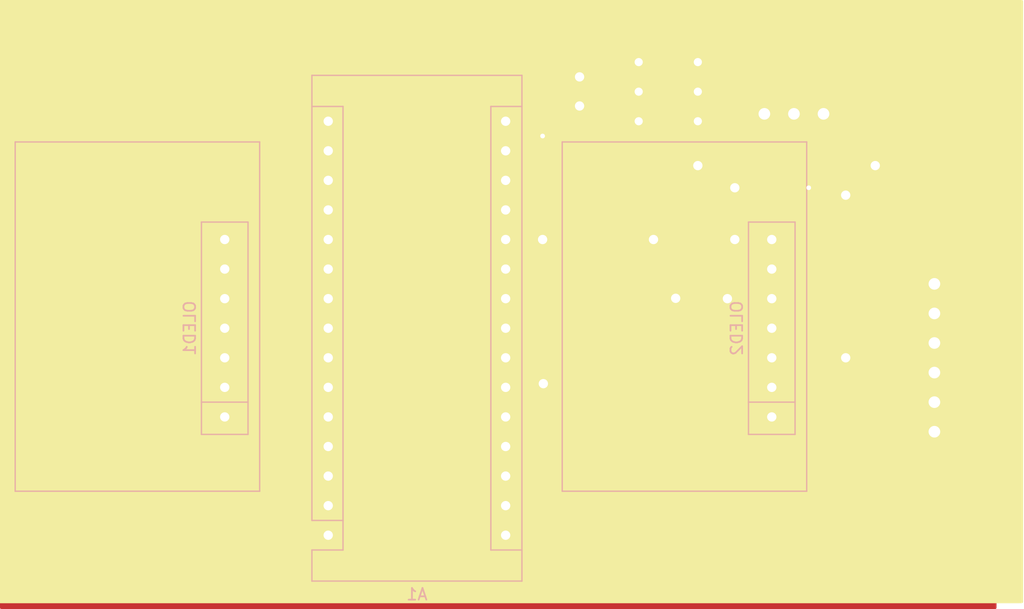
<source format=kicad_pcb>
(kicad_pcb (version 20171130) (host pcbnew "(5.1.0)-1")

  (general
    (thickness 1.6)
    (drawings 0)
    (tracks 152)
    (zones 0)
    (modules 9)
    (nets 32)
  )

  (page A4)
  (layers
    (0 F.Cu signal)
    (31 B.Cu signal)
    (32 B.Adhes user)
    (33 F.Adhes user)
    (34 B.Paste user)
    (35 F.Paste user)
    (36 B.SilkS user)
    (37 F.SilkS user hide)
    (38 B.Mask user)
    (39 F.Mask user)
    (40 Dwgs.User user)
    (41 Cmts.User user)
    (42 Eco1.User user)
    (43 Eco2.User user)
    (44 Edge.Cuts user)
    (45 Margin user)
    (46 B.CrtYd user)
    (47 F.CrtYd user)
    (48 B.Fab user)
    (49 F.Fab user)
  )

  (setup
    (last_trace_width 0.8)
    (user_trace_width 0.5)
    (user_trace_width 0.8)
    (user_trace_width 1.2)
    (trace_clearance 0.2)
    (zone_clearance 0.508)
    (zone_45_only no)
    (trace_min 0.2)
    (via_size 0.8)
    (via_drill 0.4)
    (via_min_size 0.4)
    (via_min_drill 0.3)
    (user_via 1.6 0.8)
    (uvia_size 0.3)
    (uvia_drill 0.1)
    (uvias_allowed no)
    (uvia_min_size 0.2)
    (uvia_min_drill 0.1)
    (edge_width 0.05)
    (segment_width 0.2)
    (pcb_text_width 0.3)
    (pcb_text_size 1.5 1.5)
    (mod_edge_width 0.12)
    (mod_text_size 1 1)
    (mod_text_width 0.15)
    (pad_size 1.524 1.524)
    (pad_drill 0.762)
    (pad_to_mask_clearance 0.051)
    (solder_mask_min_width 0.25)
    (aux_axis_origin 0 0)
    (visible_elements FFFFFF7F)
    (pcbplotparams
      (layerselection 0x010fc_ffffffff)
      (usegerberextensions false)
      (usegerberattributes false)
      (usegerberadvancedattributes false)
      (creategerberjobfile false)
      (excludeedgelayer true)
      (linewidth 0.100000)
      (plotframeref false)
      (viasonmask false)
      (mode 1)
      (useauxorigin false)
      (hpglpennumber 1)
      (hpglpenspeed 20)
      (hpglpendiameter 15.000000)
      (psnegative false)
      (psa4output false)
      (plotreference true)
      (plotvalue true)
      (plotinvisibletext false)
      (padsonsilk false)
      (subtractmaskfromsilk false)
      (outputformat 1)
      (mirror false)
      (drillshape 1)
      (scaleselection 1)
      (outputdirectory ""))
  )

  (net 0 "")
  (net 1 D1-TX)
  (net 2 +3V3)
  (net 3 D0-RX)
  (net 4 AREF)
  (net 5 RST2)
  (net 6 A0)
  (net 7 GND)
  (net 8 A1)
  (net 9 D2)
  (net 10 A2)
  (net 11 D3)
  (net 12 A3)
  (net 13 D7)
  (net 14 SDA)
  (net 15 D5)
  (net 16 SCL)
  (net 17 D6)
  (net 18 A6)
  (net 19 A7)
  (net 20 D8)
  (net 21 +5V)
  (net 22 D9)
  (net 23 RST1)
  (net 24 D10)
  (net 25 D11)
  (net 26 +BATT)
  (net 27 D12)
  (net 28 D13)
  (net 29 "Net-(OLED2-Pad6)")
  (net 30 "Net-(OLED2-Pad5)")
  (net 31 D4)

  (net_class Default "This is the default net class."
    (clearance 0.2)
    (trace_width 0.25)
    (via_dia 0.8)
    (via_drill 0.4)
    (uvia_dia 0.3)
    (uvia_drill 0.1)
    (add_net +3V3)
    (add_net +5V)
    (add_net +BATT)
    (add_net A0)
    (add_net A1)
    (add_net A2)
    (add_net A3)
    (add_net A6)
    (add_net A7)
    (add_net AREF)
    (add_net D0-RX)
    (add_net D1-TX)
    (add_net D10)
    (add_net D11)
    (add_net D12)
    (add_net D13)
    (add_net D2)
    (add_net D3)
    (add_net D4)
    (add_net D5)
    (add_net D6)
    (add_net D7)
    (add_net D8)
    (add_net D9)
    (add_net GND)
    (add_net "Net-(OLED2-Pad5)")
    (add_net "Net-(OLED2-Pad6)")
    (add_net RST1)
    (add_net RST2)
    (add_net SCL)
    (add_net SDA)
  )

  (module Bikomp:SIP-7 (layer B.Cu) (tedit 5EF6D23B) (tstamp 5EF77C5C)
    (at 107.95 86.36 90)
    (path /5EF7FF63)
    (fp_text reference OLED2 (at 0 -3 90) (layer B.SilkS)
      (effects (font (size 1 1) (thickness 0.15)) (justify mirror))
    )
    (fp_text value SSD1306_7pin (at 0 3 90) (layer B.Fab)
      (effects (font (size 1 1) (thickness 0.15)) (justify mirror))
    )
    (fp_line (start 16 -18) (end 16 3) (layer B.SilkS) (width 0.12))
    (fp_line (start -14 -18) (end 16 -18) (layer B.SilkS) (width 0.12))
    (fp_line (start -14 3) (end -14 -18) (layer B.SilkS) (width 0.12))
    (fp_line (start 16 3) (end -14 3) (layer B.SilkS) (width 0.12))
    (fp_line (start -8.87 -1.75) (end -8.87 1.75) (layer B.CrtYd) (width 0.05))
    (fp_line (start 8.87 -1.75) (end -8.87 -1.75) (layer B.CrtYd) (width 0.05))
    (fp_line (start 8.87 1.75) (end 8.87 -1.75) (layer B.CrtYd) (width 0.05))
    (fp_line (start -8.87 1.75) (end 8.87 1.75) (layer B.CrtYd) (width 0.05))
    (fp_line (start -6.35 2) (end -6.35 -2) (layer B.SilkS) (width 0.12))
    (fp_line (start -9.12 -2) (end -9.12 2) (layer B.SilkS) (width 0.12))
    (fp_line (start 9.12 -2) (end -9.12 -2) (layer B.SilkS) (width 0.12))
    (fp_line (start 9.12 2) (end 9.12 -2) (layer B.SilkS) (width 0.12))
    (fp_line (start -9.12 2) (end 9.12 2) (layer B.SilkS) (width 0.12))
    (pad 7 thru_hole oval (at 7.62 0 90) (size 2 3) (drill 0.8) (layers *.Cu *.Mask)
      (net 7 GND))
    (pad 6 thru_hole oval (at 5.08 0 90) (size 2 3) (drill 0.8) (layers *.Cu *.Mask)
      (net 29 "Net-(OLED2-Pad6)"))
    (pad 5 thru_hole oval (at 2.54 0 90) (size 2 3) (drill 0.8) (layers *.Cu *.Mask)
      (net 30 "Net-(OLED2-Pad5)"))
    (pad 4 thru_hole oval (at 0 0 90) (size 2 3) (drill 0.8) (layers *.Cu *.Mask)
      (net 14 SDA))
    (pad 3 thru_hole oval (at -2.54 0 90) (size 2 3) (drill 0.8) (layers *.Cu *.Mask)
      (net 16 SCL))
    (pad 2 thru_hole oval (at -5.08 0 90) (size 2 3) (drill 0.8) (layers *.Cu *.Mask)
      (net 2 +3V3))
    (pad 1 thru_hole oval (at -7.62 0 90) (size 2 3) (drill 0.8) (layers *.Cu *.Mask)
      (net 7 GND))
  )

  (module Module:Arduino_Nano (layer B.Cu) (tedit 58ACAF70) (tstamp 5EF77B8E)
    (at 69.85 104.14)
    (descr "Arduino Nano, http://www.mouser.com/pdfdocs/Gravitech_Arduino_Nano3_0.pdf")
    (tags "Arduino Nano")
    (path /5EF54393)
    (fp_text reference A1 (at 7.62 5.08) (layer B.SilkS)
      (effects (font (size 1 1) (thickness 0.15)) (justify mirror))
    )
    (fp_text value Arduino_Nano_v3.x (at 8.89 -19.05 -90) (layer B.Fab)
      (effects (font (size 1 1) (thickness 0.15)) (justify mirror))
    )
    (fp_text user %R (at 6.35 -19.05 -90) (layer B.Fab)
      (effects (font (size 1 1) (thickness 0.15)) (justify mirror))
    )
    (fp_line (start 1.27 -1.27) (end 1.27 1.27) (layer B.SilkS) (width 0.12))
    (fp_line (start 1.27 1.27) (end -1.4 1.27) (layer B.SilkS) (width 0.12))
    (fp_line (start -1.4 -1.27) (end -1.4 -39.5) (layer B.SilkS) (width 0.12))
    (fp_line (start -1.4 3.94) (end -1.4 1.27) (layer B.SilkS) (width 0.12))
    (fp_line (start 13.97 1.27) (end 16.64 1.27) (layer B.SilkS) (width 0.12))
    (fp_line (start 13.97 1.27) (end 13.97 -36.83) (layer B.SilkS) (width 0.12))
    (fp_line (start 13.97 -36.83) (end 16.64 -36.83) (layer B.SilkS) (width 0.12))
    (fp_line (start 1.27 -1.27) (end -1.4 -1.27) (layer B.SilkS) (width 0.12))
    (fp_line (start 1.27 -1.27) (end 1.27 -36.83) (layer B.SilkS) (width 0.12))
    (fp_line (start 1.27 -36.83) (end -1.4 -36.83) (layer B.SilkS) (width 0.12))
    (fp_line (start 3.81 -31.75) (end 11.43 -31.75) (layer B.Fab) (width 0.1))
    (fp_line (start 11.43 -31.75) (end 11.43 -41.91) (layer B.Fab) (width 0.1))
    (fp_line (start 11.43 -41.91) (end 3.81 -41.91) (layer B.Fab) (width 0.1))
    (fp_line (start 3.81 -41.91) (end 3.81 -31.75) (layer B.Fab) (width 0.1))
    (fp_line (start -1.4 -39.5) (end 16.64 -39.5) (layer B.SilkS) (width 0.12))
    (fp_line (start 16.64 -39.5) (end 16.64 3.94) (layer B.SilkS) (width 0.12))
    (fp_line (start 16.64 3.94) (end -1.4 3.94) (layer B.SilkS) (width 0.12))
    (fp_line (start 16.51 -39.37) (end -1.27 -39.37) (layer B.Fab) (width 0.1))
    (fp_line (start -1.27 -39.37) (end -1.27 2.54) (layer B.Fab) (width 0.1))
    (fp_line (start -1.27 2.54) (end 0 3.81) (layer B.Fab) (width 0.1))
    (fp_line (start 0 3.81) (end 16.51 3.81) (layer B.Fab) (width 0.1))
    (fp_line (start 16.51 3.81) (end 16.51 -39.37) (layer B.Fab) (width 0.1))
    (fp_line (start -1.53 4.06) (end 16.75 4.06) (layer B.CrtYd) (width 0.05))
    (fp_line (start -1.53 4.06) (end -1.53 -42.16) (layer B.CrtYd) (width 0.05))
    (fp_line (start 16.75 -42.16) (end 16.75 4.06) (layer B.CrtYd) (width 0.05))
    (fp_line (start 16.75 -42.16) (end -1.53 -42.16) (layer B.CrtYd) (width 0.05))
    (pad 1 thru_hole rect (at 0 0) (size 1.6 1.6) (drill 0.8) (layers *.Cu *.Mask)
      (net 1 D1-TX))
    (pad 17 thru_hole oval (at 15.24 -33.02) (size 1.6 1.6) (drill 0.8) (layers *.Cu *.Mask)
      (net 2 +3V3))
    (pad 2 thru_hole oval (at 0 -2.54) (size 1.6 1.6) (drill 0.8) (layers *.Cu *.Mask)
      (net 3 D0-RX))
    (pad 18 thru_hole oval (at 15.24 -30.48) (size 1.6 1.6) (drill 0.8) (layers *.Cu *.Mask)
      (net 4 AREF))
    (pad 3 thru_hole oval (at 0 -5.08) (size 1.6 1.6) (drill 0.8) (layers *.Cu *.Mask)
      (net 5 RST2))
    (pad 19 thru_hole oval (at 15.24 -27.94) (size 1.6 1.6) (drill 0.8) (layers *.Cu *.Mask)
      (net 6 A0))
    (pad 4 thru_hole oval (at 0 -7.62) (size 1.6 1.6) (drill 0.8) (layers *.Cu *.Mask)
      (net 7 GND))
    (pad 20 thru_hole oval (at 15.24 -25.4) (size 1.6 1.6) (drill 0.8) (layers *.Cu *.Mask)
      (net 8 A1))
    (pad 5 thru_hole oval (at 0 -10.16) (size 1.6 1.6) (drill 0.8) (layers *.Cu *.Mask)
      (net 9 D2))
    (pad 21 thru_hole oval (at 15.24 -22.86) (size 1.6 1.6) (drill 0.8) (layers *.Cu *.Mask)
      (net 10 A2))
    (pad 6 thru_hole oval (at 0 -12.7) (size 1.6 1.6) (drill 0.8) (layers *.Cu *.Mask)
      (net 11 D3))
    (pad 22 thru_hole oval (at 15.24 -20.32) (size 1.6 1.6) (drill 0.8) (layers *.Cu *.Mask)
      (net 12 A3))
    (pad 7 thru_hole oval (at 0 -15.24) (size 1.6 1.6) (drill 0.8) (layers *.Cu *.Mask)
      (net 31 D4))
    (pad 23 thru_hole oval (at 15.24 -17.78) (size 1.6 1.6) (drill 0.8) (layers *.Cu *.Mask)
      (net 14 SDA))
    (pad 8 thru_hole oval (at 0 -17.78) (size 1.6 1.6) (drill 0.8) (layers *.Cu *.Mask)
      (net 15 D5))
    (pad 24 thru_hole oval (at 15.24 -15.24) (size 1.6 1.6) (drill 0.8) (layers *.Cu *.Mask)
      (net 16 SCL))
    (pad 9 thru_hole oval (at 0 -20.32) (size 1.6 1.6) (drill 0.8) (layers *.Cu *.Mask)
      (net 17 D6))
    (pad 25 thru_hole oval (at 15.24 -12.7) (size 1.6 1.6) (drill 0.8) (layers *.Cu *.Mask)
      (net 18 A6))
    (pad 10 thru_hole oval (at 0 -22.86) (size 1.6 1.6) (drill 0.8) (layers *.Cu *.Mask)
      (net 13 D7))
    (pad 26 thru_hole oval (at 15.24 -10.16) (size 1.6 1.6) (drill 0.8) (layers *.Cu *.Mask)
      (net 19 A7))
    (pad 11 thru_hole oval (at 0 -25.4) (size 1.6 1.6) (drill 0.8) (layers *.Cu *.Mask)
      (net 20 D8))
    (pad 27 thru_hole oval (at 15.24 -7.62) (size 1.6 1.6) (drill 0.8) (layers *.Cu *.Mask)
      (net 21 +5V))
    (pad 12 thru_hole oval (at 0 -27.94) (size 1.6 1.6) (drill 0.8) (layers *.Cu *.Mask)
      (net 22 D9))
    (pad 28 thru_hole oval (at 15.24 -5.08) (size 1.6 1.6) (drill 0.8) (layers *.Cu *.Mask)
      (net 23 RST1))
    (pad 13 thru_hole oval (at 0 -30.48) (size 1.6 1.6) (drill 0.8) (layers *.Cu *.Mask)
      (net 24 D10))
    (pad 29 thru_hole oval (at 15.24 -2.54) (size 1.6 1.6) (drill 0.8) (layers *.Cu *.Mask)
      (net 7 GND))
    (pad 14 thru_hole oval (at 0 -33.02) (size 1.6 1.6) (drill 0.8) (layers *.Cu *.Mask)
      (net 25 D11))
    (pad 30 thru_hole oval (at 15.24 0) (size 1.6 1.6) (drill 0.8) (layers *.Cu *.Mask)
      (net 26 +BATT))
    (pad 15 thru_hole oval (at 0 -35.56) (size 1.6 1.6) (drill 0.8) (layers *.Cu *.Mask)
      (net 27 D12))
    (pad 16 thru_hole oval (at 15.24 -35.56) (size 1.6 1.6) (drill 0.8) (layers *.Cu *.Mask)
      (net 28 D13))
    (model ${KISYS3DMOD}/Module.3dshapes/Arduino_Nano_WithMountingHoles.wrl
      (at (xyz 0 0 0))
      (scale (xyz 1 1 1))
      (rotate (xyz 0 0 0))
    )
  )

  (module Capacitor_THT:CP_Radial_D5.0mm_P2.50mm (layer F.Cu) (tedit 5AE50EF0) (tstamp 5EF77C12)
    (at 91.44 64.77 270)
    (descr "CP, Radial series, Radial, pin pitch=2.50mm, , diameter=5mm, Electrolytic Capacitor")
    (tags "CP Radial series Radial pin pitch 2.50mm  diameter 5mm Electrolytic Capacitor")
    (path /5EF912FC)
    (fp_text reference C1 (at 1.25 -3.75 270) (layer F.SilkS)
      (effects (font (size 1 1) (thickness 0.15)))
    )
    (fp_text value 2.2uF (at 1.25 3.75 270) (layer F.Fab)
      (effects (font (size 1 1) (thickness 0.15)))
    )
    (fp_circle (center 1.25 0) (end 3.75 0) (layer F.Fab) (width 0.1))
    (fp_circle (center 1.25 0) (end 3.87 0) (layer F.SilkS) (width 0.12))
    (fp_circle (center 1.25 0) (end 4 0) (layer F.CrtYd) (width 0.05))
    (fp_line (start -0.883605 -1.0875) (end -0.383605 -1.0875) (layer F.Fab) (width 0.1))
    (fp_line (start -0.633605 -1.3375) (end -0.633605 -0.8375) (layer F.Fab) (width 0.1))
    (fp_line (start 1.25 -2.58) (end 1.25 2.58) (layer F.SilkS) (width 0.12))
    (fp_line (start 1.29 -2.58) (end 1.29 2.58) (layer F.SilkS) (width 0.12))
    (fp_line (start 1.33 -2.579) (end 1.33 2.579) (layer F.SilkS) (width 0.12))
    (fp_line (start 1.37 -2.578) (end 1.37 2.578) (layer F.SilkS) (width 0.12))
    (fp_line (start 1.41 -2.576) (end 1.41 2.576) (layer F.SilkS) (width 0.12))
    (fp_line (start 1.45 -2.573) (end 1.45 2.573) (layer F.SilkS) (width 0.12))
    (fp_line (start 1.49 -2.569) (end 1.49 -1.04) (layer F.SilkS) (width 0.12))
    (fp_line (start 1.49 1.04) (end 1.49 2.569) (layer F.SilkS) (width 0.12))
    (fp_line (start 1.53 -2.565) (end 1.53 -1.04) (layer F.SilkS) (width 0.12))
    (fp_line (start 1.53 1.04) (end 1.53 2.565) (layer F.SilkS) (width 0.12))
    (fp_line (start 1.57 -2.561) (end 1.57 -1.04) (layer F.SilkS) (width 0.12))
    (fp_line (start 1.57 1.04) (end 1.57 2.561) (layer F.SilkS) (width 0.12))
    (fp_line (start 1.61 -2.556) (end 1.61 -1.04) (layer F.SilkS) (width 0.12))
    (fp_line (start 1.61 1.04) (end 1.61 2.556) (layer F.SilkS) (width 0.12))
    (fp_line (start 1.65 -2.55) (end 1.65 -1.04) (layer F.SilkS) (width 0.12))
    (fp_line (start 1.65 1.04) (end 1.65 2.55) (layer F.SilkS) (width 0.12))
    (fp_line (start 1.69 -2.543) (end 1.69 -1.04) (layer F.SilkS) (width 0.12))
    (fp_line (start 1.69 1.04) (end 1.69 2.543) (layer F.SilkS) (width 0.12))
    (fp_line (start 1.73 -2.536) (end 1.73 -1.04) (layer F.SilkS) (width 0.12))
    (fp_line (start 1.73 1.04) (end 1.73 2.536) (layer F.SilkS) (width 0.12))
    (fp_line (start 1.77 -2.528) (end 1.77 -1.04) (layer F.SilkS) (width 0.12))
    (fp_line (start 1.77 1.04) (end 1.77 2.528) (layer F.SilkS) (width 0.12))
    (fp_line (start 1.81 -2.52) (end 1.81 -1.04) (layer F.SilkS) (width 0.12))
    (fp_line (start 1.81 1.04) (end 1.81 2.52) (layer F.SilkS) (width 0.12))
    (fp_line (start 1.85 -2.511) (end 1.85 -1.04) (layer F.SilkS) (width 0.12))
    (fp_line (start 1.85 1.04) (end 1.85 2.511) (layer F.SilkS) (width 0.12))
    (fp_line (start 1.89 -2.501) (end 1.89 -1.04) (layer F.SilkS) (width 0.12))
    (fp_line (start 1.89 1.04) (end 1.89 2.501) (layer F.SilkS) (width 0.12))
    (fp_line (start 1.93 -2.491) (end 1.93 -1.04) (layer F.SilkS) (width 0.12))
    (fp_line (start 1.93 1.04) (end 1.93 2.491) (layer F.SilkS) (width 0.12))
    (fp_line (start 1.971 -2.48) (end 1.971 -1.04) (layer F.SilkS) (width 0.12))
    (fp_line (start 1.971 1.04) (end 1.971 2.48) (layer F.SilkS) (width 0.12))
    (fp_line (start 2.011 -2.468) (end 2.011 -1.04) (layer F.SilkS) (width 0.12))
    (fp_line (start 2.011 1.04) (end 2.011 2.468) (layer F.SilkS) (width 0.12))
    (fp_line (start 2.051 -2.455) (end 2.051 -1.04) (layer F.SilkS) (width 0.12))
    (fp_line (start 2.051 1.04) (end 2.051 2.455) (layer F.SilkS) (width 0.12))
    (fp_line (start 2.091 -2.442) (end 2.091 -1.04) (layer F.SilkS) (width 0.12))
    (fp_line (start 2.091 1.04) (end 2.091 2.442) (layer F.SilkS) (width 0.12))
    (fp_line (start 2.131 -2.428) (end 2.131 -1.04) (layer F.SilkS) (width 0.12))
    (fp_line (start 2.131 1.04) (end 2.131 2.428) (layer F.SilkS) (width 0.12))
    (fp_line (start 2.171 -2.414) (end 2.171 -1.04) (layer F.SilkS) (width 0.12))
    (fp_line (start 2.171 1.04) (end 2.171 2.414) (layer F.SilkS) (width 0.12))
    (fp_line (start 2.211 -2.398) (end 2.211 -1.04) (layer F.SilkS) (width 0.12))
    (fp_line (start 2.211 1.04) (end 2.211 2.398) (layer F.SilkS) (width 0.12))
    (fp_line (start 2.251 -2.382) (end 2.251 -1.04) (layer F.SilkS) (width 0.12))
    (fp_line (start 2.251 1.04) (end 2.251 2.382) (layer F.SilkS) (width 0.12))
    (fp_line (start 2.291 -2.365) (end 2.291 -1.04) (layer F.SilkS) (width 0.12))
    (fp_line (start 2.291 1.04) (end 2.291 2.365) (layer F.SilkS) (width 0.12))
    (fp_line (start 2.331 -2.348) (end 2.331 -1.04) (layer F.SilkS) (width 0.12))
    (fp_line (start 2.331 1.04) (end 2.331 2.348) (layer F.SilkS) (width 0.12))
    (fp_line (start 2.371 -2.329) (end 2.371 -1.04) (layer F.SilkS) (width 0.12))
    (fp_line (start 2.371 1.04) (end 2.371 2.329) (layer F.SilkS) (width 0.12))
    (fp_line (start 2.411 -2.31) (end 2.411 -1.04) (layer F.SilkS) (width 0.12))
    (fp_line (start 2.411 1.04) (end 2.411 2.31) (layer F.SilkS) (width 0.12))
    (fp_line (start 2.451 -2.29) (end 2.451 -1.04) (layer F.SilkS) (width 0.12))
    (fp_line (start 2.451 1.04) (end 2.451 2.29) (layer F.SilkS) (width 0.12))
    (fp_line (start 2.491 -2.268) (end 2.491 -1.04) (layer F.SilkS) (width 0.12))
    (fp_line (start 2.491 1.04) (end 2.491 2.268) (layer F.SilkS) (width 0.12))
    (fp_line (start 2.531 -2.247) (end 2.531 -1.04) (layer F.SilkS) (width 0.12))
    (fp_line (start 2.531 1.04) (end 2.531 2.247) (layer F.SilkS) (width 0.12))
    (fp_line (start 2.571 -2.224) (end 2.571 -1.04) (layer F.SilkS) (width 0.12))
    (fp_line (start 2.571 1.04) (end 2.571 2.224) (layer F.SilkS) (width 0.12))
    (fp_line (start 2.611 -2.2) (end 2.611 -1.04) (layer F.SilkS) (width 0.12))
    (fp_line (start 2.611 1.04) (end 2.611 2.2) (layer F.SilkS) (width 0.12))
    (fp_line (start 2.651 -2.175) (end 2.651 -1.04) (layer F.SilkS) (width 0.12))
    (fp_line (start 2.651 1.04) (end 2.651 2.175) (layer F.SilkS) (width 0.12))
    (fp_line (start 2.691 -2.149) (end 2.691 -1.04) (layer F.SilkS) (width 0.12))
    (fp_line (start 2.691 1.04) (end 2.691 2.149) (layer F.SilkS) (width 0.12))
    (fp_line (start 2.731 -2.122) (end 2.731 -1.04) (layer F.SilkS) (width 0.12))
    (fp_line (start 2.731 1.04) (end 2.731 2.122) (layer F.SilkS) (width 0.12))
    (fp_line (start 2.771 -2.095) (end 2.771 -1.04) (layer F.SilkS) (width 0.12))
    (fp_line (start 2.771 1.04) (end 2.771 2.095) (layer F.SilkS) (width 0.12))
    (fp_line (start 2.811 -2.065) (end 2.811 -1.04) (layer F.SilkS) (width 0.12))
    (fp_line (start 2.811 1.04) (end 2.811 2.065) (layer F.SilkS) (width 0.12))
    (fp_line (start 2.851 -2.035) (end 2.851 -1.04) (layer F.SilkS) (width 0.12))
    (fp_line (start 2.851 1.04) (end 2.851 2.035) (layer F.SilkS) (width 0.12))
    (fp_line (start 2.891 -2.004) (end 2.891 -1.04) (layer F.SilkS) (width 0.12))
    (fp_line (start 2.891 1.04) (end 2.891 2.004) (layer F.SilkS) (width 0.12))
    (fp_line (start 2.931 -1.971) (end 2.931 -1.04) (layer F.SilkS) (width 0.12))
    (fp_line (start 2.931 1.04) (end 2.931 1.971) (layer F.SilkS) (width 0.12))
    (fp_line (start 2.971 -1.937) (end 2.971 -1.04) (layer F.SilkS) (width 0.12))
    (fp_line (start 2.971 1.04) (end 2.971 1.937) (layer F.SilkS) (width 0.12))
    (fp_line (start 3.011 -1.901) (end 3.011 -1.04) (layer F.SilkS) (width 0.12))
    (fp_line (start 3.011 1.04) (end 3.011 1.901) (layer F.SilkS) (width 0.12))
    (fp_line (start 3.051 -1.864) (end 3.051 -1.04) (layer F.SilkS) (width 0.12))
    (fp_line (start 3.051 1.04) (end 3.051 1.864) (layer F.SilkS) (width 0.12))
    (fp_line (start 3.091 -1.826) (end 3.091 -1.04) (layer F.SilkS) (width 0.12))
    (fp_line (start 3.091 1.04) (end 3.091 1.826) (layer F.SilkS) (width 0.12))
    (fp_line (start 3.131 -1.785) (end 3.131 -1.04) (layer F.SilkS) (width 0.12))
    (fp_line (start 3.131 1.04) (end 3.131 1.785) (layer F.SilkS) (width 0.12))
    (fp_line (start 3.171 -1.743) (end 3.171 -1.04) (layer F.SilkS) (width 0.12))
    (fp_line (start 3.171 1.04) (end 3.171 1.743) (layer F.SilkS) (width 0.12))
    (fp_line (start 3.211 -1.699) (end 3.211 -1.04) (layer F.SilkS) (width 0.12))
    (fp_line (start 3.211 1.04) (end 3.211 1.699) (layer F.SilkS) (width 0.12))
    (fp_line (start 3.251 -1.653) (end 3.251 -1.04) (layer F.SilkS) (width 0.12))
    (fp_line (start 3.251 1.04) (end 3.251 1.653) (layer F.SilkS) (width 0.12))
    (fp_line (start 3.291 -1.605) (end 3.291 -1.04) (layer F.SilkS) (width 0.12))
    (fp_line (start 3.291 1.04) (end 3.291 1.605) (layer F.SilkS) (width 0.12))
    (fp_line (start 3.331 -1.554) (end 3.331 -1.04) (layer F.SilkS) (width 0.12))
    (fp_line (start 3.331 1.04) (end 3.331 1.554) (layer F.SilkS) (width 0.12))
    (fp_line (start 3.371 -1.5) (end 3.371 -1.04) (layer F.SilkS) (width 0.12))
    (fp_line (start 3.371 1.04) (end 3.371 1.5) (layer F.SilkS) (width 0.12))
    (fp_line (start 3.411 -1.443) (end 3.411 -1.04) (layer F.SilkS) (width 0.12))
    (fp_line (start 3.411 1.04) (end 3.411 1.443) (layer F.SilkS) (width 0.12))
    (fp_line (start 3.451 -1.383) (end 3.451 -1.04) (layer F.SilkS) (width 0.12))
    (fp_line (start 3.451 1.04) (end 3.451 1.383) (layer F.SilkS) (width 0.12))
    (fp_line (start 3.491 -1.319) (end 3.491 -1.04) (layer F.SilkS) (width 0.12))
    (fp_line (start 3.491 1.04) (end 3.491 1.319) (layer F.SilkS) (width 0.12))
    (fp_line (start 3.531 -1.251) (end 3.531 -1.04) (layer F.SilkS) (width 0.12))
    (fp_line (start 3.531 1.04) (end 3.531 1.251) (layer F.SilkS) (width 0.12))
    (fp_line (start 3.571 -1.178) (end 3.571 1.178) (layer F.SilkS) (width 0.12))
    (fp_line (start 3.611 -1.098) (end 3.611 1.098) (layer F.SilkS) (width 0.12))
    (fp_line (start 3.651 -1.011) (end 3.651 1.011) (layer F.SilkS) (width 0.12))
    (fp_line (start 3.691 -0.915) (end 3.691 0.915) (layer F.SilkS) (width 0.12))
    (fp_line (start 3.731 -0.805) (end 3.731 0.805) (layer F.SilkS) (width 0.12))
    (fp_line (start 3.771 -0.677) (end 3.771 0.677) (layer F.SilkS) (width 0.12))
    (fp_line (start 3.811 -0.518) (end 3.811 0.518) (layer F.SilkS) (width 0.12))
    (fp_line (start 3.851 -0.284) (end 3.851 0.284) (layer F.SilkS) (width 0.12))
    (fp_line (start -1.554775 -1.475) (end -1.054775 -1.475) (layer F.SilkS) (width 0.12))
    (fp_line (start -1.304775 -1.725) (end -1.304775 -1.225) (layer F.SilkS) (width 0.12))
    (fp_text user %R (at 1.25 0 270) (layer F.Fab)
      (effects (font (size 1 1) (thickness 0.15)))
    )
    (pad 1 thru_hole rect (at 0 0 270) (size 1.6 1.6) (drill 0.8) (layers *.Cu *.Mask)
      (net 2 +3V3))
    (pad 2 thru_hole circle (at 2.5 0 270) (size 1.6 1.6) (drill 0.8) (layers *.Cu *.Mask)
      (net 7 GND))
    (model ${KISYS3DMOD}/Capacitor_THT.3dshapes/CP_Radial_D5.0mm_P2.50mm.wrl
      (at (xyz 0 0 0))
      (scale (xyz 1 1 1))
      (rotate (xyz 0 0 0))
    )
  )

  (module Connector_PinHeader_2.54mm:PinHeader_1x06_P2.54mm_Vertical (layer F.Cu) (tedit 59FED5CC) (tstamp 5EF77C2C)
    (at 121.92 82.55)
    (descr "Through hole straight pin header, 1x06, 2.54mm pitch, single row")
    (tags "Through hole pin header THT 1x06 2.54mm single row")
    (path /5EFDEA3D)
    (fp_text reference J1 (at 0 -2.33) (layer F.SilkS)
      (effects (font (size 1 1) (thickness 0.15)))
    )
    (fp_text value Conn_01x04_Female (at 0 15.03) (layer F.Fab)
      (effects (font (size 1 1) (thickness 0.15)))
    )
    (fp_line (start -0.635 -1.27) (end 1.27 -1.27) (layer F.Fab) (width 0.1))
    (fp_line (start 1.27 -1.27) (end 1.27 13.97) (layer F.Fab) (width 0.1))
    (fp_line (start 1.27 13.97) (end -1.27 13.97) (layer F.Fab) (width 0.1))
    (fp_line (start -1.27 13.97) (end -1.27 -0.635) (layer F.Fab) (width 0.1))
    (fp_line (start -1.27 -0.635) (end -0.635 -1.27) (layer F.Fab) (width 0.1))
    (fp_line (start -1.33 14.03) (end 1.33 14.03) (layer F.SilkS) (width 0.12))
    (fp_line (start -1.33 1.27) (end -1.33 14.03) (layer F.SilkS) (width 0.12))
    (fp_line (start 1.33 1.27) (end 1.33 14.03) (layer F.SilkS) (width 0.12))
    (fp_line (start -1.33 1.27) (end 1.33 1.27) (layer F.SilkS) (width 0.12))
    (fp_line (start -1.33 0) (end -1.33 -1.33) (layer F.SilkS) (width 0.12))
    (fp_line (start -1.33 -1.33) (end 0 -1.33) (layer F.SilkS) (width 0.12))
    (fp_line (start -1.8 -1.8) (end -1.8 14.5) (layer F.CrtYd) (width 0.05))
    (fp_line (start -1.8 14.5) (end 1.8 14.5) (layer F.CrtYd) (width 0.05))
    (fp_line (start 1.8 14.5) (end 1.8 -1.8) (layer F.CrtYd) (width 0.05))
    (fp_line (start 1.8 -1.8) (end -1.8 -1.8) (layer F.CrtYd) (width 0.05))
    (fp_text user %R (at 0 6.35 90) (layer F.Fab)
      (effects (font (size 1 1) (thickness 0.15)))
    )
    (pad 1 thru_hole rect (at 0 0) (size 1.7 1.7) (drill 1) (layers *.Cu *.Mask)
      (net 16 SCL))
    (pad 2 thru_hole oval (at 0 2.54) (size 1.7 1.7) (drill 1) (layers *.Cu *.Mask)
      (net 14 SDA))
    (pad 3 thru_hole oval (at 0 5.08) (size 1.7 1.7) (drill 1) (layers *.Cu *.Mask)
      (net 21 +5V))
    (pad 4 thru_hole oval (at 0 7.62) (size 1.7 1.7) (drill 1) (layers *.Cu *.Mask)
      (net 7 GND))
    (pad 5 thru_hole oval (at 0 10.16) (size 1.7 1.7) (drill 1) (layers *.Cu *.Mask))
    (pad 6 thru_hole oval (at 0 12.7) (size 1.7 1.7) (drill 1) (layers *.Cu *.Mask))
    (model ${KISYS3DMOD}/Connector_PinHeader_2.54mm.3dshapes/PinHeader_1x06_P2.54mm_Vertical.wrl
      (at (xyz 0 0 0))
      (scale (xyz 1 1 1))
      (rotate (xyz 0 0 0))
    )
  )

  (module Bikomp:SIP-7 (layer B.Cu) (tedit 5EF6D23B) (tstamp 5EF77C44)
    (at 60.96 86.36 90)
    (path /5EF6AD7F)
    (fp_text reference OLED1 (at 0 -3 90) (layer B.SilkS)
      (effects (font (size 1 1) (thickness 0.15)) (justify mirror))
    )
    (fp_text value SSD1306_7pin (at 0 3 90) (layer B.Fab)
      (effects (font (size 1 1) (thickness 0.15)) (justify mirror))
    )
    (fp_line (start -9.12 2) (end 9.12 2) (layer B.SilkS) (width 0.12))
    (fp_line (start 9.12 2) (end 9.12 -2) (layer B.SilkS) (width 0.12))
    (fp_line (start 9.12 -2) (end -9.12 -2) (layer B.SilkS) (width 0.12))
    (fp_line (start -9.12 -2) (end -9.12 2) (layer B.SilkS) (width 0.12))
    (fp_line (start -6.35 2) (end -6.35 -2) (layer B.SilkS) (width 0.12))
    (fp_line (start -8.87 1.75) (end 8.87 1.75) (layer B.CrtYd) (width 0.05))
    (fp_line (start 8.87 1.75) (end 8.87 -1.75) (layer B.CrtYd) (width 0.05))
    (fp_line (start 8.87 -1.75) (end -8.87 -1.75) (layer B.CrtYd) (width 0.05))
    (fp_line (start -8.87 -1.75) (end -8.87 1.75) (layer B.CrtYd) (width 0.05))
    (fp_line (start 16 3) (end -14 3) (layer B.SilkS) (width 0.12))
    (fp_line (start -14 3) (end -14 -18) (layer B.SilkS) (width 0.12))
    (fp_line (start -14 -18) (end 16 -18) (layer B.SilkS) (width 0.12))
    (fp_line (start 16 -18) (end 16 3) (layer B.SilkS) (width 0.12))
    (pad 1 thru_hole oval (at -7.62 0 90) (size 2 3) (drill 0.8) (layers *.Cu *.Mask)
      (net 7 GND))
    (pad 2 thru_hole oval (at -5.08 0 90) (size 2 3) (drill 0.8) (layers *.Cu *.Mask)
      (net 2 +3V3))
    (pad 3 thru_hole oval (at -2.54 0 90) (size 2 3) (drill 0.8) (layers *.Cu *.Mask)
      (net 28 D13))
    (pad 4 thru_hole oval (at 0 0 90) (size 2 3) (drill 0.8) (layers *.Cu *.Mask)
      (net 25 D11))
    (pad 5 thru_hole oval (at 2.54 0 90) (size 2 3) (drill 0.8) (layers *.Cu *.Mask)
      (net 20 D8))
    (pad 6 thru_hole oval (at 5.08 0 90) (size 2 3) (drill 0.8) (layers *.Cu *.Mask)
      (net 22 D9))
    (pad 7 thru_hole oval (at 7.62 0 90) (size 2 3) (drill 0.8) (layers *.Cu *.Mask)
      (net 24 D10))
  )

  (module Resistor_THT:R_Axial_DIN0204_L3.6mm_D1.6mm_P5.08mm_Horizontal (layer F.Cu) (tedit 5AE5139B) (tstamp 5EF77C6F)
    (at 96.52 68.58)
    (descr "Resistor, Axial_DIN0204 series, Axial, Horizontal, pin pitch=5.08mm, 0.167W, length*diameter=3.6*1.6mm^2, http://cdn-reichelt.de/documents/datenblatt/B400/1_4W%23YAG.pdf")
    (tags "Resistor Axial_DIN0204 series Axial Horizontal pin pitch 5.08mm 0.167W length 3.6mm diameter 1.6mm")
    (path /5EF8552B)
    (fp_text reference R1 (at 2.54 -1.92) (layer F.SilkS)
      (effects (font (size 1 1) (thickness 0.15)))
    )
    (fp_text value 10k (at 2.54 1.92) (layer F.Fab)
      (effects (font (size 1 1) (thickness 0.15)))
    )
    (fp_line (start 0.74 -0.8) (end 0.74 0.8) (layer F.Fab) (width 0.1))
    (fp_line (start 0.74 0.8) (end 4.34 0.8) (layer F.Fab) (width 0.1))
    (fp_line (start 4.34 0.8) (end 4.34 -0.8) (layer F.Fab) (width 0.1))
    (fp_line (start 4.34 -0.8) (end 0.74 -0.8) (layer F.Fab) (width 0.1))
    (fp_line (start 0 0) (end 0.74 0) (layer F.Fab) (width 0.1))
    (fp_line (start 5.08 0) (end 4.34 0) (layer F.Fab) (width 0.1))
    (fp_line (start 0.62 -0.92) (end 4.46 -0.92) (layer F.SilkS) (width 0.12))
    (fp_line (start 0.62 0.92) (end 4.46 0.92) (layer F.SilkS) (width 0.12))
    (fp_line (start -0.95 -1.05) (end -0.95 1.05) (layer F.CrtYd) (width 0.05))
    (fp_line (start -0.95 1.05) (end 6.03 1.05) (layer F.CrtYd) (width 0.05))
    (fp_line (start 6.03 1.05) (end 6.03 -1.05) (layer F.CrtYd) (width 0.05))
    (fp_line (start 6.03 -1.05) (end -0.95 -1.05) (layer F.CrtYd) (width 0.05))
    (fp_text user %R (at 2.54 0) (layer F.Fab)
      (effects (font (size 0.72 0.72) (thickness 0.108)))
    )
    (pad 1 thru_hole circle (at 0 0) (size 1.4 1.4) (drill 0.7) (layers *.Cu *.Mask)
      (net 2 +3V3))
    (pad 2 thru_hole oval (at 5.08 0) (size 1.4 1.4) (drill 0.7) (layers *.Cu *.Mask)
      (net 14 SDA))
    (model ${KISYS3DMOD}/Resistor_THT.3dshapes/R_Axial_DIN0204_L3.6mm_D1.6mm_P5.08mm_Horizontal.wrl
      (at (xyz 0 0 0))
      (scale (xyz 1 1 1))
      (rotate (xyz 0 0 0))
    )
  )

  (module Resistor_THT:R_Axial_DIN0204_L3.6mm_D1.6mm_P5.08mm_Horizontal (layer F.Cu) (tedit 5AE5139B) (tstamp 5EF77C82)
    (at 96.52 66.04)
    (descr "Resistor, Axial_DIN0204 series, Axial, Horizontal, pin pitch=5.08mm, 0.167W, length*diameter=3.6*1.6mm^2, http://cdn-reichelt.de/documents/datenblatt/B400/1_4W%23YAG.pdf")
    (tags "Resistor Axial_DIN0204 series Axial Horizontal pin pitch 5.08mm 0.167W length 3.6mm diameter 1.6mm")
    (path /5EF87296)
    (fp_text reference R2 (at 2.54 -1.92) (layer F.SilkS)
      (effects (font (size 1 1) (thickness 0.15)))
    )
    (fp_text value 10k (at 2.54 1.92) (layer F.Fab)
      (effects (font (size 1 1) (thickness 0.15)))
    )
    (fp_text user %R (at 2.54 0) (layer F.Fab)
      (effects (font (size 0.72 0.72) (thickness 0.108)))
    )
    (fp_line (start 6.03 -1.05) (end -0.95 -1.05) (layer F.CrtYd) (width 0.05))
    (fp_line (start 6.03 1.05) (end 6.03 -1.05) (layer F.CrtYd) (width 0.05))
    (fp_line (start -0.95 1.05) (end 6.03 1.05) (layer F.CrtYd) (width 0.05))
    (fp_line (start -0.95 -1.05) (end -0.95 1.05) (layer F.CrtYd) (width 0.05))
    (fp_line (start 0.62 0.92) (end 4.46 0.92) (layer F.SilkS) (width 0.12))
    (fp_line (start 0.62 -0.92) (end 4.46 -0.92) (layer F.SilkS) (width 0.12))
    (fp_line (start 5.08 0) (end 4.34 0) (layer F.Fab) (width 0.1))
    (fp_line (start 0 0) (end 0.74 0) (layer F.Fab) (width 0.1))
    (fp_line (start 4.34 -0.8) (end 0.74 -0.8) (layer F.Fab) (width 0.1))
    (fp_line (start 4.34 0.8) (end 4.34 -0.8) (layer F.Fab) (width 0.1))
    (fp_line (start 0.74 0.8) (end 4.34 0.8) (layer F.Fab) (width 0.1))
    (fp_line (start 0.74 -0.8) (end 0.74 0.8) (layer F.Fab) (width 0.1))
    (pad 2 thru_hole oval (at 5.08 0) (size 1.4 1.4) (drill 0.7) (layers *.Cu *.Mask)
      (net 16 SCL))
    (pad 1 thru_hole circle (at 0 0) (size 1.4 1.4) (drill 0.7) (layers *.Cu *.Mask)
      (net 2 +3V3))
    (model ${KISYS3DMOD}/Resistor_THT.3dshapes/R_Axial_DIN0204_L3.6mm_D1.6mm_P5.08mm_Horizontal.wrl
      (at (xyz 0 0 0))
      (scale (xyz 1 1 1))
      (rotate (xyz 0 0 0))
    )
  )

  (module Resistor_THT:R_Axial_DIN0204_L3.6mm_D1.6mm_P5.08mm_Horizontal (layer F.Cu) (tedit 5AE5139B) (tstamp 5EF77C95)
    (at 96.52 63.5)
    (descr "Resistor, Axial_DIN0204 series, Axial, Horizontal, pin pitch=5.08mm, 0.167W, length*diameter=3.6*1.6mm^2, http://cdn-reichelt.de/documents/datenblatt/B400/1_4W%23YAG.pdf")
    (tags "Resistor Axial_DIN0204 series Axial Horizontal pin pitch 5.08mm 0.167W length 3.6mm diameter 1.6mm")
    (path /5EF879AE)
    (fp_text reference R3 (at 2.54 -1.92) (layer F.SilkS)
      (effects (font (size 1 1) (thickness 0.15)))
    )
    (fp_text value 10k (at 2.54 1.92) (layer F.Fab)
      (effects (font (size 1 1) (thickness 0.15)))
    )
    (fp_line (start 0.74 -0.8) (end 0.74 0.8) (layer F.Fab) (width 0.1))
    (fp_line (start 0.74 0.8) (end 4.34 0.8) (layer F.Fab) (width 0.1))
    (fp_line (start 4.34 0.8) (end 4.34 -0.8) (layer F.Fab) (width 0.1))
    (fp_line (start 4.34 -0.8) (end 0.74 -0.8) (layer F.Fab) (width 0.1))
    (fp_line (start 0 0) (end 0.74 0) (layer F.Fab) (width 0.1))
    (fp_line (start 5.08 0) (end 4.34 0) (layer F.Fab) (width 0.1))
    (fp_line (start 0.62 -0.92) (end 4.46 -0.92) (layer F.SilkS) (width 0.12))
    (fp_line (start 0.62 0.92) (end 4.46 0.92) (layer F.SilkS) (width 0.12))
    (fp_line (start -0.95 -1.05) (end -0.95 1.05) (layer F.CrtYd) (width 0.05))
    (fp_line (start -0.95 1.05) (end 6.03 1.05) (layer F.CrtYd) (width 0.05))
    (fp_line (start 6.03 1.05) (end 6.03 -1.05) (layer F.CrtYd) (width 0.05))
    (fp_line (start 6.03 -1.05) (end -0.95 -1.05) (layer F.CrtYd) (width 0.05))
    (fp_text user %R (at 2.54 0) (layer F.Fab)
      (effects (font (size 0.72 0.72) (thickness 0.108)))
    )
    (pad 1 thru_hole circle (at 0 0) (size 1.4 1.4) (drill 0.7) (layers *.Cu *.Mask)
      (net 2 +3V3))
    (pad 2 thru_hole oval (at 5.08 0) (size 1.4 1.4) (drill 0.7) (layers *.Cu *.Mask)
      (net 30 "Net-(OLED2-Pad5)"))
    (model ${KISYS3DMOD}/Resistor_THT.3dshapes/R_Axial_DIN0204_L3.6mm_D1.6mm_P5.08mm_Horizontal.wrl
      (at (xyz 0 0 0))
      (scale (xyz 1 1 1))
      (rotate (xyz 0 0 0))
    )
  )

  (module Connector_PinHeader_2.54mm:PinHeader_1x03_P2.54mm_Vertical (layer F.Cu) (tedit 59FED5CC) (tstamp 5EF77CAC)
    (at 107.315 67.945 90)
    (descr "Through hole straight pin header, 1x03, 2.54mm pitch, single row")
    (tags "Through hole pin header THT 1x03 2.54mm single row")
    (path /5EF8C860)
    (fp_text reference SW1 (at 0 -2.33 90) (layer F.SilkS)
      (effects (font (size 1 1) (thickness 0.15)))
    )
    (fp_text value SW_DPDT_x2 (at 0 7.41 90) (layer F.Fab)
      (effects (font (size 1 1) (thickness 0.15)))
    )
    (fp_line (start -0.635 -1.27) (end 1.27 -1.27) (layer F.Fab) (width 0.1))
    (fp_line (start 1.27 -1.27) (end 1.27 6.35) (layer F.Fab) (width 0.1))
    (fp_line (start 1.27 6.35) (end -1.27 6.35) (layer F.Fab) (width 0.1))
    (fp_line (start -1.27 6.35) (end -1.27 -0.635) (layer F.Fab) (width 0.1))
    (fp_line (start -1.27 -0.635) (end -0.635 -1.27) (layer F.Fab) (width 0.1))
    (fp_line (start -1.33 6.41) (end 1.33 6.41) (layer F.SilkS) (width 0.12))
    (fp_line (start -1.33 1.27) (end -1.33 6.41) (layer F.SilkS) (width 0.12))
    (fp_line (start 1.33 1.27) (end 1.33 6.41) (layer F.SilkS) (width 0.12))
    (fp_line (start -1.33 1.27) (end 1.33 1.27) (layer F.SilkS) (width 0.12))
    (fp_line (start -1.33 0) (end -1.33 -1.33) (layer F.SilkS) (width 0.12))
    (fp_line (start -1.33 -1.33) (end 0 -1.33) (layer F.SilkS) (width 0.12))
    (fp_line (start -1.8 -1.8) (end -1.8 6.85) (layer F.CrtYd) (width 0.05))
    (fp_line (start -1.8 6.85) (end 1.8 6.85) (layer F.CrtYd) (width 0.05))
    (fp_line (start 1.8 6.85) (end 1.8 -1.8) (layer F.CrtYd) (width 0.05))
    (fp_line (start 1.8 -1.8) (end -1.8 -1.8) (layer F.CrtYd) (width 0.05))
    (fp_text user %R (at 0 2.54 270) (layer F.Fab)
      (effects (font (size 1 1) (thickness 0.15)))
    )
    (pad 1 thru_hole rect (at 0 0 90) (size 1.7 1.7) (drill 1) (layers *.Cu *.Mask)
      (net 7 GND))
    (pad 2 thru_hole oval (at 0 2.54 90) (size 1.7 1.7) (drill 1) (layers *.Cu *.Mask)
      (net 29 "Net-(OLED2-Pad6)"))
    (pad 3 thru_hole oval (at 0 5.08 90) (size 1.7 1.7) (drill 1) (layers *.Cu *.Mask)
      (net 2 +3V3))
    (model ${KISYS3DMOD}/Connector_PinHeader_2.54mm.3dshapes/PinHeader_1x03_P2.54mm_Vertical.wrl
      (at (xyz 0 0 0))
      (scale (xyz 1 1 1))
      (rotate (xyz 0 0 0))
    )
  )

  (via (at 104.14 83.82) (size 1.6) (drill 0.8) (layers F.Cu B.Cu) (net 30))
  (segment (start 92.355051 71.12) (end 85.09 71.12) (width 0.8) (layer F.Cu) (net 2))
  (segment (start 107.95 91.44) (end 111.76 91.44) (width 0.8) (layer F.Cu) (net 2))
  (segment (start 111.76 91.44) (end 114.3 88.9) (width 0.8) (layer F.Cu) (net 2))
  (segment (start 112.395 67.945) (end 112.395 73.025) (width 0.8) (layer F.Cu) (net 2))
  (segment (start 112.395 73.025) (end 114.3 74.93) (width 0.8) (layer F.Cu) (net 2))
  (segment (start 114.3 74.93) (end 114.3 74.93) (width 0.8) (layer F.Cu) (net 2) (tstamp 5EF7936F))
  (via (at 114.3 74.93) (size 1.6) (drill 0.8) (layers F.Cu B.Cu) (net 2))
  (segment (start 114.3 88.9) (end 114.3 88.9) (width 0.8) (layer F.Cu) (net 2) (tstamp 5EF79371))
  (via (at 114.3 88.9) (size 1.6) (drill 0.8) (layers F.Cu B.Cu) (net 2))
  (segment (start 114.3 74.93) (end 114.3 88.9) (width 0.8) (layer B.Cu) (net 2))
  (segment (start 90.932 64.77) (end 91.44 64.77) (width 0.8) (layer F.Cu) (net 2))
  (segment (start 57.15 91.44) (end 52.07 86.36) (width 0.8) (layer F.Cu) (net 2))
  (segment (start 60.96 91.44) (end 57.15 91.44) (width 0.8) (layer F.Cu) (net 2))
  (segment (start 52.07 86.36) (end 52.07 73.66) (width 0.8) (layer F.Cu) (net 2))
  (segment (start 52.07 73.66) (end 62.23 63.5) (width 0.8) (layer F.Cu) (net 2))
  (segment (start 62.23 63.5) (end 89.662 63.5) (width 0.8) (layer F.Cu) (net 2))
  (segment (start 89.662 63.5) (end 90.932 64.77) (width 0.8) (layer F.Cu) (net 2))
  (segment (start 91.44 64.77) (end 93.472 64.77) (width 0.8) (layer F.Cu) (net 2))
  (segment (start 94.742 63.5) (end 96.52 63.5) (width 0.8) (layer F.Cu) (net 2))
  (segment (start 93.472 64.77) (end 94.742 63.5) (width 0.8) (layer F.Cu) (net 2))
  (segment (start 96.52 63.5) (end 96.52 66.04) (width 0.8) (layer F.Cu) (net 2))
  (segment (start 96.52 66.04) (end 96.52 68.58) (width 0.8) (layer F.Cu) (net 2))
  (segment (start 94.895051 68.58) (end 92.355051 71.12) (width 0.8) (layer F.Cu) (net 2))
  (segment (start 96.52 68.58) (end 94.895051 68.58) (width 0.8) (layer F.Cu) (net 2))
  (segment (start 112.395 64.135) (end 112.395 67.945) (width 0.8) (layer F.Cu) (net 2))
  (segment (start 110.236 61.976) (end 112.395 64.135) (width 0.8) (layer F.Cu) (net 2))
  (segment (start 96.52 63.5) (end 98.044 61.976) (width 0.8) (layer F.Cu) (net 2))
  (segment (start 98.044 61.976) (end 110.236 61.976) (width 0.8) (layer F.Cu) (net 2))
  (segment (start 60.96 95.78) (end 61.7 96.52) (width 0.8) (layer F.Cu) (net 7))
  (segment (start 60.96 93.98) (end 60.96 95.78) (width 0.8) (layer F.Cu) (net 7))
  (segment (start 61.7 96.52) (end 69.85 96.52) (width 0.8) (layer F.Cu) (net 7))
  (segment (start 107.95 95.78) (end 107.95 93.98) (width 0.8) (layer F.Cu) (net 7))
  (segment (start 102.13 101.6) (end 107.95 95.78) (width 0.8) (layer F.Cu) (net 7))
  (segment (start 107.95 93.98) (end 115.57 93.98) (width 0.8) (layer F.Cu) (net 7))
  (segment (start 119.38 90.17) (end 121.92 90.17) (width 0.8) (layer F.Cu) (net 7))
  (segment (start 115.57 93.98) (end 119.38 90.17) (width 0.8) (layer F.Cu) (net 7))
  (segment (start 97.79 78.74) (end 97.79 78.74) (width 0.8) (layer F.Cu) (net 7) (tstamp 5EF79523))
  (via (at 97.79 78.74) (size 1.6) (drill 0.8) (layers F.Cu B.Cu) (net 7))
  (segment (start 107.95 78.74) (end 104.775 78.74) (width 0.8) (layer F.Cu) (net 7))
  (segment (start 104.775 78.74) (end 104.775 78.74) (width 0.8) (layer F.Cu) (net 7) (tstamp 5EF79525))
  (via (at 104.775 78.74) (size 1.6) (drill 0.8) (layers F.Cu B.Cu) (net 7))
  (segment (start 97.79 78.74) (end 104.775 78.74) (width 0.8) (layer B.Cu) (net 7))
  (segment (start 70.649999 97.319999) (end 75.729999 97.319999) (width 0.8) (layer B.Cu) (net 7))
  (segment (start 69.85 96.52) (end 70.649999 97.319999) (width 0.8) (layer B.Cu) (net 7))
  (segment (start 80.01 101.6) (end 85.09 101.6) (width 0.8) (layer B.Cu) (net 7))
  (segment (start 75.729999 97.319999) (end 80.01 101.6) (width 0.8) (layer B.Cu) (net 7))
  (segment (start 90.30863 67.27) (end 88.265 69.31363) (width 0.5) (layer F.Cu) (net 7))
  (segment (start 91.44 67.27) (end 90.30863 67.27) (width 0.5) (layer F.Cu) (net 7))
  (segment (start 88.265 69.31363) (end 88.265 69.85) (width 0.5) (layer F.Cu) (net 7))
  (segment (start 88.265 69.85) (end 88.265 69.85) (width 0.5) (layer F.Cu) (net 7) (tstamp 5EF79A7A))
  (via (at 88.265 69.85) (size 0.8) (drill 0.4) (layers F.Cu B.Cu) (net 7))
  (segment (start 88.265 78.74) (end 88.265 78.74) (width 0.5) (layer F.Cu) (net 7) (tstamp 5EF79A7C))
  (via (at 88.265 78.74) (size 1.6) (drill 0.8) (layers F.Cu B.Cu) (net 7))
  (segment (start 88.265 69.85) (end 88.265 78.74) (width 0.5) (layer B.Cu) (net 7))
  (segment (start 107.315 69.595) (end 106.298 70.612) (width 0.8) (layer B.Cu) (net 7))
  (segment (start 107.315 67.945) (end 107.315 69.595) (width 0.8) (layer B.Cu) (net 7))
  (segment (start 106.298 70.612) (end 94.488 70.612) (width 0.8) (layer B.Cu) (net 7))
  (segment (start 94.488 70.318) (end 91.44 67.27) (width 0.8) (layer B.Cu) (net 7))
  (segment (start 94.488 70.612) (end 94.488 70.318) (width 0.8) (layer B.Cu) (net 7))
  (segment (start 88.3285 101.6) (end 88.3285 91.1225) (width 0.8) (layer F.Cu) (net 7))
  (segment (start 88.3285 101.6) (end 102.13 101.6) (width 0.8) (layer F.Cu) (net 7))
  (segment (start 85.09 101.6) (end 88.3285 101.6) (width 0.8) (layer F.Cu) (net 7))
  (segment (start 88.3285 91.1225) (end 88.3285 91.1225) (width 0.8) (layer F.Cu) (net 7) (tstamp 5EF79AE5))
  (via (at 88.3285 91.1225) (size 1.6) (drill 0.8) (layers F.Cu B.Cu) (net 7))
  (segment (start 88.265 91.059) (end 88.3285 91.1225) (width 0.8) (layer B.Cu) (net 7))
  (segment (start 88.265 78.74) (end 88.265 91.059) (width 0.8) (layer B.Cu) (net 7))
  (segment (start 88.265 78.74) (end 97.79 78.74) (width 0.8) (layer F.Cu) (net 7))
  (segment (start 85.09 86.36) (end 101.6 86.36) (width 0.8) (layer F.Cu) (net 14))
  (segment (start 101.6 86.36) (end 107.95 86.36) (width 0.8) (layer F.Cu) (net 14))
  (segment (start 121.92 85.09) (end 123.19 85.09) (width 0.8) (layer F.Cu) (net 14))
  (segment (start 123.19 85.09) (end 124.46 85.09) (width 0.8) (layer F.Cu) (net 14))
  (segment (start 124.46 85.09) (end 125.73 83.82) (width 0.8) (layer F.Cu) (net 14))
  (segment (start 125.73 83.82) (end 125.73 78.74) (width 0.8) (layer F.Cu) (net 14))
  (segment (start 125.73 78.74) (end 119.38 72.39) (width 0.8) (layer F.Cu) (net 14))
  (segment (start 119.38 72.39) (end 116.84 72.39) (width 0.8) (layer F.Cu) (net 14))
  (segment (start 116.84 72.39) (end 116.84 72.39) (width 0.8) (layer F.Cu) (net 14) (tstamp 5EF79420))
  (via (at 116.84 72.39) (size 1.6) (drill 0.8) (layers F.Cu B.Cu) (net 14))
  (segment (start 101.6 72.39) (end 101.6 86.36) (width 0.8) (layer F.Cu) (net 14) (tstamp 5EF7943C))
  (via (at 101.6 72.39) (size 1.6) (drill 0.8) (layers F.Cu B.Cu) (net 14))
  (segment (start 116.84 72.39) (end 101.6 72.39) (width 0.8) (layer B.Cu) (net 14))
  (segment (start 101.6 68.58) (end 101.6 72.39) (width 0.8) (layer F.Cu) (net 14))
  (segment (start 85.09 88.9) (end 107.95 88.9) (width 0.8) (layer F.Cu) (net 16))
  (segment (start 110.49 88.9) (end 107.95 88.9) (width 0.8) (layer F.Cu) (net 16))
  (segment (start 111.76 87.63) (end 110.49 88.9) (width 0.8) (layer F.Cu) (net 16))
  (segment (start 111.76 77.47) (end 111.76 87.63) (width 0.8) (layer F.Cu) (net 16))
  (segment (start 115.19 77.47) (end 111.76 77.47) (width 0.8) (layer F.Cu) (net 16))
  (segment (start 120.27 82.55) (end 115.19 77.47) (width 0.8) (layer F.Cu) (net 16))
  (segment (start 121.92 82.55) (end 120.27 82.55) (width 0.8) (layer F.Cu) (net 16))
  (segment (start 103.124 66.04) (end 101.6 66.04) (width 0.8) (layer F.Cu) (net 16))
  (segment (start 104.14 67.056) (end 103.124 66.04) (width 0.8) (layer F.Cu) (net 16))
  (segment (start 104.14 71.12) (end 104.14 67.056) (width 0.8) (layer F.Cu) (net 16))
  (segment (start 107.95 74.93) (end 104.14 71.12) (width 0.8) (layer F.Cu) (net 16))
  (segment (start 111.76 77.47) (end 109.22 74.93) (width 0.8) (layer F.Cu) (net 16))
  (segment (start 109.22 74.93) (end 107.95 74.93) (width 0.8) (layer F.Cu) (net 16))
  (segment (start 60.96 83.82) (end 63.5 83.82) (width 0.8) (layer F.Cu) (net 20))
  (segment (start 63.5 83.82) (end 68.58 78.74) (width 0.8) (layer F.Cu) (net 20))
  (segment (start 68.58 78.74) (end 69.85 78.74) (width 0.8) (layer F.Cu) (net 20))
  (segment (start 125.73 88.9) (end 124.46 87.63) (width 0.8) (layer F.Cu) (net 21))
  (segment (start 124.46 87.63) (end 121.92 87.63) (width 0.8) (layer F.Cu) (net 21))
  (segment (start 85.09 96.52) (end 83.82 96.52) (width 0.8) (layer F.Cu) (net 21))
  (segment (start 125.73 99.06) (end 125.73 88.9) (width 0.8) (layer F.Cu) (net 21))
  (segment (start 82.55 97.79) (end 82.55 105.41) (width 0.8) (layer F.Cu) (net 21))
  (segment (start 82.55 105.41) (end 85.09 107.95) (width 0.8) (layer F.Cu) (net 21))
  (segment (start 85.09 107.95) (end 116.84 107.95) (width 0.8) (layer F.Cu) (net 21))
  (segment (start 83.82 96.52) (end 82.55 97.79) (width 0.8) (layer F.Cu) (net 21))
  (segment (start 116.84 107.95) (end 125.73 99.06) (width 0.8) (layer F.Cu) (net 21))
  (segment (start 68.58 76.2) (end 69.85 76.2) (width 0.8) (layer F.Cu) (net 22))
  (segment (start 60.96 81.28) (end 63.5 81.28) (width 0.8) (layer F.Cu) (net 22))
  (segment (start 63.5 81.28) (end 68.58 76.2) (width 0.8) (layer F.Cu) (net 22))
  (segment (start 68.71863 73.66) (end 69.85 73.66) (width 0.8) (layer F.Cu) (net 24))
  (segment (start 64.24 73.66) (end 68.71863 73.66) (width 0.8) (layer F.Cu) (net 24))
  (segment (start 60.96 76.94) (end 64.24 73.66) (width 0.8) (layer F.Cu) (net 24))
  (segment (start 60.96 78.74) (end 60.96 76.94) (width 0.8) (layer F.Cu) (net 24))
  (segment (start 60.96 86.36) (end 58.42 86.36) (width 0.8) (layer F.Cu) (net 25))
  (segment (start 58.42 86.36) (end 57.15 85.09) (width 0.8) (layer F.Cu) (net 25))
  (segment (start 57.15 85.09) (end 57.15 76.2) (width 0.8) (layer F.Cu) (net 25))
  (segment (start 57.15 76.2) (end 62.23 71.12) (width 0.8) (layer F.Cu) (net 25))
  (segment (start 62.23 71.12) (end 69.85 71.12) (width 0.8) (layer F.Cu) (net 25))
  (segment (start 82.55 66.04) (end 85.09 68.58) (width 0.8) (layer F.Cu) (net 28))
  (segment (start 63.5 66.04) (end 82.55 66.04) (width 0.8) (layer F.Cu) (net 28))
  (segment (start 54.61 74.93) (end 63.5 66.04) (width 0.8) (layer F.Cu) (net 28))
  (segment (start 54.61 85.09) (end 54.61 74.93) (width 0.8) (layer F.Cu) (net 28))
  (segment (start 60.96 88.9) (end 58.42 88.9) (width 0.8) (layer F.Cu) (net 28))
  (segment (start 58.42 88.9) (end 54.61 85.09) (width 0.8) (layer F.Cu) (net 28))
  (segment (start 109.855 67.945) (end 109.855 73.025) (width 0.8) (layer F.Cu) (net 29))
  (segment (start 109.855 73.025) (end 111.125 74.295) (width 0.8) (layer F.Cu) (net 29))
  (segment (start 107.95 81.28) (end 109.855 81.28) (width 0.5) (layer F.Cu) (net 29))
  (segment (start 109.855 81.28) (end 110.49 80.645) (width 0.5) (layer F.Cu) (net 29))
  (segment (start 110.49 80.645) (end 110.49 78.74) (width 0.5) (layer F.Cu) (net 29))
  (segment (start 110.49 78.74) (end 110.49 78.105) (width 0.5) (layer F.Cu) (net 29))
  (segment (start 110.49 78.105) (end 109.855 77.47) (width 0.5) (layer F.Cu) (net 29))
  (segment (start 109.855 77.47) (end 109.22 76.835) (width 0.5) (layer F.Cu) (net 29))
  (segment (start 109.22 76.835) (end 108.585 76.835) (width 0.5) (layer F.Cu) (net 29))
  (segment (start 108.585 76.835) (end 106.045 76.835) (width 0.5) (layer F.Cu) (net 29))
  (segment (start 106.045 76.835) (end 104.775 75.565) (width 0.5) (layer F.Cu) (net 29))
  (segment (start 104.775 75.565) (end 104.775 74.93) (width 0.5) (layer F.Cu) (net 29))
  (segment (start 104.775 74.93) (end 104.775 74.295) (width 0.5) (layer F.Cu) (net 29))
  (segment (start 104.775 74.295) (end 104.775 74.295) (width 0.5) (layer F.Cu) (net 29) (tstamp 5EF79770))
  (via (at 104.775 74.295) (size 1.6) (drill 0.8) (layers F.Cu B.Cu) (net 29))
  (segment (start 111.125 74.295) (end 111.125 74.295) (width 0.8) (layer F.Cu) (net 29) (tstamp 5EF79772))
  (via (at 111.125 74.295) (size 0.8) (drill 0.4) (layers F.Cu B.Cu) (net 29))
  (segment (start 111.125 74.295) (end 104.775 74.295) (width 0.5) (layer B.Cu) (net 29))
  (via (at 99.695 83.789999) (size 1.6) (drill 0.8) (layers F.Cu B.Cu) (net 30))
  (segment (start 107.95 83.82) (end 104.14 83.82) (width 0.8) (layer F.Cu) (net 30))
  (segment (start 99.725001 83.82) (end 99.695 83.789999) (width 0.8) (layer B.Cu) (net 30))
  (segment (start 104.14 83.82) (end 99.725001 83.82) (width 0.8) (layer B.Cu) (net 30))
  (segment (start 99.695 64.389) (end 99.695 83.789999) (width 0.8) (layer F.Cu) (net 30))
  (segment (start 100.557949 63.526051) (end 99.695 64.389) (width 0.8) (layer F.Cu) (net 30))
  (segment (start 100.584 63.526051) (end 100.557949 63.526051) (width 0.8) (layer F.Cu) (net 30))
  (segment (start 101.6 63.5) (end 100.610051 63.5) (width 0.8) (layer F.Cu) (net 30))
  (segment (start 100.610051 63.5) (end 100.584 63.526051) (width 0.8) (layer F.Cu) (net 30))

  (zone (net 0) (net_name "") (layer F.SilkS) (tstamp 0) (hatch edge 0.508)
    (connect_pads (clearance 0.508))
    (min_thickness 0.254)
    (fill yes (arc_segments 32) (thermal_gap 0.508) (thermal_bridge_width 0.508))
    (polygon
      (pts
        (xy 39.878 109.982) (xy 129.54 109.982) (xy 129.54 58.166) (xy 39.878 58.166)
      )
    )
    (filled_polygon
      (pts
        (xy 129.413 109.855) (xy 40.005 109.855) (xy 40.005 58.293) (xy 129.413 58.293)
      )
    )
  )
  (zone (net 7) (net_name GND) (layer F.Cu) (tstamp 0) (hatch edge 0.508)
    (connect_pads (clearance 0.508))
    (min_thickness 0.254)
    (fill yes (arc_segments 32) (thermal_gap 0.508) (thermal_bridge_width 0.508))
    (polygon
      (pts
        (xy 41.656 58.166) (xy 127.254 58.166) (xy 127.254 110.49) (xy 41.656 110.49)
      )
    )
    (filled_polygon
      (pts
        (xy 127.127 110.363) (xy 41.783 110.363) (xy 41.783 99.06) (xy 68.408057 99.06) (xy 68.435764 99.341309)
        (xy 68.517818 99.611808) (xy 68.651068 99.861101) (xy 68.830392 100.079608) (xy 69.048899 100.258932) (xy 69.181858 100.33)
        (xy 69.048899 100.401068) (xy 68.830392 100.580392) (xy 68.651068 100.798899) (xy 68.517818 101.048192) (xy 68.435764 101.318691)
        (xy 68.408057 101.6) (xy 68.435764 101.881309) (xy 68.517818 102.151808) (xy 68.651068 102.401101) (xy 68.830392 102.619608)
        (xy 68.943482 102.712419) (xy 68.925518 102.714188) (xy 68.80582 102.750498) (xy 68.695506 102.809463) (xy 68.598815 102.888815)
        (xy 68.519463 102.985506) (xy 68.460498 103.09582) (xy 68.424188 103.215518) (xy 68.411928 103.34) (xy 68.411928 104.94)
        (xy 68.424188 105.064482) (xy 68.460498 105.18418) (xy 68.519463 105.294494) (xy 68.598815 105.391185) (xy 68.695506 105.470537)
        (xy 68.80582 105.529502) (xy 68.925518 105.565812) (xy 69.05 105.578072) (xy 70.65 105.578072) (xy 70.774482 105.565812)
        (xy 70.89418 105.529502) (xy 71.004494 105.470537) (xy 71.101185 105.391185) (xy 71.180537 105.294494) (xy 71.239502 105.18418)
        (xy 71.275812 105.064482) (xy 71.288072 104.94) (xy 71.288072 103.34) (xy 71.275812 103.215518) (xy 71.239502 103.09582)
        (xy 71.180537 102.985506) (xy 71.101185 102.888815) (xy 71.004494 102.809463) (xy 70.89418 102.750498) (xy 70.774482 102.714188)
        (xy 70.756518 102.712419) (xy 70.869608 102.619608) (xy 71.048932 102.401101) (xy 71.182182 102.151808) (xy 71.264236 101.881309)
        (xy 71.291943 101.6) (xy 71.264236 101.318691) (xy 71.182182 101.048192) (xy 71.048932 100.798899) (xy 70.869608 100.580392)
        (xy 70.651101 100.401068) (xy 70.518142 100.33) (xy 70.651101 100.258932) (xy 70.869608 100.079608) (xy 71.048932 99.861101)
        (xy 71.182182 99.611808) (xy 71.264236 99.341309) (xy 71.291943 99.06) (xy 71.264236 98.778691) (xy 71.182182 98.508192)
        (xy 71.048932 98.258899) (xy 70.869608 98.040392) (xy 70.651101 97.861068) (xy 70.513318 97.787421) (xy 70.705131 97.672385)
        (xy 70.913519 97.483414) (xy 71.081037 97.25742) (xy 71.201246 97.003087) (xy 71.241904 96.869039) (xy 71.119915 96.647)
        (xy 69.977 96.647) (xy 69.977 96.667) (xy 69.723 96.667) (xy 69.723 96.647) (xy 68.580085 96.647)
        (xy 68.458096 96.869039) (xy 68.498754 97.003087) (xy 68.618963 97.25742) (xy 68.786481 97.483414) (xy 68.994869 97.672385)
        (xy 69.186682 97.787421) (xy 69.048899 97.861068) (xy 68.830392 98.040392) (xy 68.651068 98.258899) (xy 68.517818 98.508192)
        (xy 68.435764 98.778691) (xy 68.408057 99.06) (xy 41.783 99.06) (xy 41.783 94.360434) (xy 58.869876 94.360434)
        (xy 58.900856 94.488355) (xy 59.02999 94.782761) (xy 59.214078 95.046317) (xy 59.446046 95.268895) (xy 59.71698 95.441942)
        (xy 60.016468 95.558807) (xy 60.333 95.615) (xy 60.833 95.615) (xy 60.833 94.107) (xy 61.087 94.107)
        (xy 61.087 95.615) (xy 61.587 95.615) (xy 61.903532 95.558807) (xy 62.20302 95.441942) (xy 62.473954 95.268895)
        (xy 62.705922 95.046317) (xy 62.89001 94.782761) (xy 63.019144 94.488355) (xy 63.050124 94.360434) (xy 62.930777 94.107)
        (xy 61.087 94.107) (xy 60.833 94.107) (xy 58.989223 94.107) (xy 58.869876 94.360434) (xy 41.783 94.360434)
        (xy 41.783 73.66) (xy 51.029994 73.66) (xy 51.035001 73.710838) (xy 51.035 86.309172) (xy 51.029994 86.36)
        (xy 51.035 86.410828) (xy 51.035 86.410837) (xy 51.049976 86.562894) (xy 51.109159 86.757992) (xy 51.205266 86.937797)
        (xy 51.334604 87.095396) (xy 51.374097 87.127807) (xy 56.382197 92.135908) (xy 56.414604 92.175396) (xy 56.454092 92.207803)
        (xy 56.572202 92.304734) (xy 56.662039 92.352752) (xy 56.752007 92.400841) (xy 56.947105 92.460024) (xy 57.099162 92.475)
        (xy 57.099164 92.475) (xy 57.15 92.480007) (xy 57.200835 92.475) (xy 59.194295 92.475) (xy 59.298286 92.601714)
        (xy 59.428142 92.708284) (xy 59.214078 92.913683) (xy 59.02999 93.177239) (xy 58.900856 93.471645) (xy 58.869876 93.599566)
        (xy 58.989223 93.853) (xy 60.833 93.853) (xy 60.833 93.833) (xy 61.087 93.833) (xy 61.087 93.853)
        (xy 62.930777 93.853) (xy 63.050124 93.599566) (xy 63.019144 93.471645) (xy 62.89001 93.177239) (xy 62.705922 92.913683)
        (xy 62.491858 92.708284) (xy 62.621714 92.601714) (xy 62.826031 92.352752) (xy 62.977852 92.068715) (xy 63.071343 91.760516)
        (xy 63.102911 91.44) (xy 63.071343 91.119484) (xy 62.977852 90.811285) (xy 62.826031 90.527248) (xy 62.621714 90.278286)
        (xy 62.489767 90.17) (xy 62.621714 90.061714) (xy 62.826031 89.812752) (xy 62.977852 89.528715) (xy 63.071343 89.220516)
        (xy 63.102911 88.9) (xy 63.071343 88.579484) (xy 62.977852 88.271285) (xy 62.826031 87.987248) (xy 62.621714 87.738286)
        (xy 62.489767 87.63) (xy 62.621714 87.521714) (xy 62.826031 87.272752) (xy 62.977852 86.988715) (xy 63.071343 86.680516)
        (xy 63.102911 86.36) (xy 63.071343 86.039484) (xy 62.977852 85.731285) (xy 62.826031 85.447248) (xy 62.621714 85.198286)
        (xy 62.489767 85.09) (xy 62.621714 84.981714) (xy 62.725705 84.855) (xy 63.449172 84.855) (xy 63.5 84.860006)
        (xy 63.550828 84.855) (xy 63.550838 84.855) (xy 63.702895 84.840024) (xy 63.897993 84.780841) (xy 64.077797 84.684734)
        (xy 64.235396 84.555396) (xy 64.267807 84.515903) (xy 68.936787 79.846924) (xy 69.048899 79.938932) (xy 69.181858 80.01)
        (xy 69.048899 80.081068) (xy 68.830392 80.260392) (xy 68.651068 80.478899) (xy 68.517818 80.728192) (xy 68.435764 80.998691)
        (xy 68.408057 81.28) (xy 68.435764 81.561309) (xy 68.517818 81.831808) (xy 68.651068 82.081101) (xy 68.830392 82.299608)
        (xy 69.048899 82.478932) (xy 69.181858 82.55) (xy 69.048899 82.621068) (xy 68.830392 82.800392) (xy 68.651068 83.018899)
        (xy 68.517818 83.268192) (xy 68.435764 83.538691) (xy 68.408057 83.82) (xy 68.435764 84.101309) (xy 68.517818 84.371808)
        (xy 68.651068 84.621101) (xy 68.830392 84.839608) (xy 69.048899 85.018932) (xy 69.181858 85.09) (xy 69.048899 85.161068)
        (xy 68.830392 85.340392) (xy 68.651068 85.558899) (xy 68.517818 85.808192) (xy 68.435764 86.078691) (xy 68.408057 86.36)
        (xy 68.435764 86.641309) (xy 68.517818 86.911808) (xy 68.651068 87.161101) (xy 68.830392 87.379608) (xy 69.048899 87.558932)
        (xy 69.181858 87.63) (xy 69.048899 87.701068) (xy 68.830392 87.880392) (xy 68.651068 88.098899) (xy 68.517818 88.348192)
        (xy 68.435764 88.618691) (xy 68.408057 88.9) (xy 68.435764 89.181309) (xy 68.517818 89.451808) (xy 68.651068 89.701101)
        (xy 68.830392 89.919608) (xy 69.048899 90.098932) (xy 69.181858 90.17) (xy 69.048899 90.241068) (xy 68.830392 90.420392)
        (xy 68.651068 90.638899) (xy 68.517818 90.888192) (xy 68.435764 91.158691) (xy 68.408057 91.44) (xy 68.435764 91.721309)
        (xy 68.517818 91.991808) (xy 68.651068 92.241101) (xy 68.830392 92.459608) (xy 69.048899 92.638932) (xy 69.181858 92.71)
        (xy 69.048899 92.781068) (xy 68.830392 92.960392) (xy 68.651068 93.178899) (xy 68.517818 93.428192) (xy 68.435764 93.698691)
        (xy 68.408057 93.98) (xy 68.435764 94.261309) (xy 68.517818 94.531808) (xy 68.651068 94.781101) (xy 68.830392 94.999608)
        (xy 69.048899 95.178932) (xy 69.186682 95.252579) (xy 68.994869 95.367615) (xy 68.786481 95.556586) (xy 68.618963 95.78258)
        (xy 68.498754 96.036913) (xy 68.458096 96.170961) (xy 68.580085 96.393) (xy 69.723 96.393) (xy 69.723 96.373)
        (xy 69.977 96.373) (xy 69.977 96.393) (xy 71.119915 96.393) (xy 71.241904 96.170961) (xy 71.201246 96.036913)
        (xy 71.081037 95.78258) (xy 70.913519 95.556586) (xy 70.705131 95.367615) (xy 70.513318 95.252579) (xy 70.651101 95.178932)
        (xy 70.869608 94.999608) (xy 71.048932 94.781101) (xy 71.182182 94.531808) (xy 71.264236 94.261309) (xy 71.291943 93.98)
        (xy 71.264236 93.698691) (xy 71.182182 93.428192) (xy 71.048932 93.178899) (xy 70.869608 92.960392) (xy 70.651101 92.781068)
        (xy 70.518142 92.71) (xy 70.651101 92.638932) (xy 70.869608 92.459608) (xy 71.048932 92.241101) (xy 71.182182 91.991808)
        (xy 71.264236 91.721309) (xy 71.291943 91.44) (xy 71.264236 91.158691) (xy 71.182182 90.888192) (xy 71.048932 90.638899)
        (xy 70.869608 90.420392) (xy 70.651101 90.241068) (xy 70.518142 90.17) (xy 70.651101 90.098932) (xy 70.869608 89.919608)
        (xy 71.048932 89.701101) (xy 71.182182 89.451808) (xy 71.264236 89.181309) (xy 71.291943 88.9) (xy 71.264236 88.618691)
        (xy 71.182182 88.348192) (xy 71.048932 88.098899) (xy 70.869608 87.880392) (xy 70.651101 87.701068) (xy 70.518142 87.63)
        (xy 70.651101 87.558932) (xy 70.869608 87.379608) (xy 71.048932 87.161101) (xy 71.182182 86.911808) (xy 71.264236 86.641309)
        (xy 71.291943 86.36) (xy 71.264236 86.078691) (xy 71.182182 85.808192) (xy 71.048932 85.558899) (xy 70.869608 85.340392)
        (xy 70.651101 85.161068) (xy 70.518142 85.09) (xy 70.651101 85.018932) (xy 70.869608 84.839608) (xy 71.048932 84.621101)
        (xy 71.182182 84.371808) (xy 71.264236 84.101309) (xy 71.291943 83.82) (xy 71.264236 83.538691) (xy 71.182182 83.268192)
        (xy 71.048932 83.018899) (xy 70.869608 82.800392) (xy 70.651101 82.621068) (xy 70.518142 82.55) (xy 70.651101 82.478932)
        (xy 70.869608 82.299608) (xy 71.048932 82.081101) (xy 71.182182 81.831808) (xy 71.264236 81.561309) (xy 71.291943 81.28)
        (xy 71.264236 80.998691) (xy 71.182182 80.728192) (xy 71.048932 80.478899) (xy 70.869608 80.260392) (xy 70.651101 80.081068)
        (xy 70.518142 80.01) (xy 70.651101 79.938932) (xy 70.869608 79.759608) (xy 71.048932 79.541101) (xy 71.182182 79.291808)
        (xy 71.264236 79.021309) (xy 71.291943 78.74) (xy 71.264236 78.458691) (xy 71.182182 78.188192) (xy 71.048932 77.938899)
        (xy 70.869608 77.720392) (xy 70.651101 77.541068) (xy 70.518142 77.47) (xy 70.651101 77.398932) (xy 70.869608 77.219608)
        (xy 71.048932 77.001101) (xy 71.182182 76.751808) (xy 71.264236 76.481309) (xy 71.291943 76.2) (xy 71.264236 75.918691)
        (xy 71.182182 75.648192) (xy 71.048932 75.398899) (xy 70.869608 75.180392) (xy 70.651101 75.001068) (xy 70.518142 74.93)
        (xy 70.651101 74.858932) (xy 70.869608 74.679608) (xy 71.048932 74.461101) (xy 71.182182 74.211808) (xy 71.264236 73.941309)
        (xy 71.291943 73.66) (xy 71.264236 73.378691) (xy 71.182182 73.108192) (xy 71.048932 72.858899) (xy 70.869608 72.640392)
        (xy 70.651101 72.461068) (xy 70.518142 72.39) (xy 70.651101 72.318932) (xy 70.869608 72.139608) (xy 71.048932 71.921101)
        (xy 71.182182 71.671808) (xy 71.264236 71.401309) (xy 71.291943 71.12) (xy 71.264236 70.838691) (xy 71.182182 70.568192)
        (xy 71.048932 70.318899) (xy 70.869608 70.100392) (xy 70.651101 69.921068) (xy 70.518142 69.85) (xy 70.651101 69.778932)
        (xy 70.869608 69.599608) (xy 71.048932 69.381101) (xy 71.182182 69.131808) (xy 71.264236 68.861309) (xy 71.291943 68.58)
        (xy 71.264236 68.298691) (xy 71.182182 68.028192) (xy 71.048932 67.778899) (xy 70.869608 67.560392) (xy 70.651101 67.381068)
        (xy 70.401808 67.247818) (xy 70.131309 67.165764) (xy 69.920492 67.145) (xy 69.779508 67.145) (xy 69.568691 67.165764)
        (xy 69.298192 67.247818) (xy 69.048899 67.381068) (xy 68.830392 67.560392) (xy 68.651068 67.778899) (xy 68.517818 68.028192)
        (xy 68.435764 68.298691) (xy 68.408057 68.58) (xy 68.435764 68.861309) (xy 68.517818 69.131808) (xy 68.651068 69.381101)
        (xy 68.830392 69.599608) (xy 69.048899 69.778932) (xy 69.181858 69.85) (xy 69.048899 69.921068) (xy 68.849147 70.085)
        (xy 62.280835 70.085) (xy 62.23 70.079993) (xy 62.179164 70.085) (xy 62.179162 70.085) (xy 62.027105 70.099976)
        (xy 61.832007 70.159159) (xy 61.748309 70.203896) (xy 61.652202 70.255266) (xy 61.534092 70.352197) (xy 61.494604 70.384604)
        (xy 61.462197 70.424092) (xy 56.454093 75.432197) (xy 56.414605 75.464604) (xy 56.382198 75.504092) (xy 56.382197 75.504093)
        (xy 56.285266 75.622203) (xy 56.18916 75.802007) (xy 56.129977 75.997105) (xy 56.109994 76.2) (xy 56.115001 76.250838)
        (xy 56.115 85.039172) (xy 56.109994 85.09) (xy 56.113958 85.130248) (xy 55.645 84.66129) (xy 55.645 75.35871)
        (xy 63.928711 67.075) (xy 82.12129 67.075) (xy 83.650435 68.604146) (xy 83.675764 68.861309) (xy 83.757818 69.131808)
        (xy 83.891068 69.381101) (xy 84.070392 69.599608) (xy 84.288899 69.778932) (xy 84.421858 69.85) (xy 84.288899 69.921068)
        (xy 84.070392 70.100392) (xy 83.891068 70.318899) (xy 83.757818 70.568192) (xy 83.675764 70.838691) (xy 83.648057 71.12)
        (xy 83.675764 71.401309) (xy 83.757818 71.671808) (xy 83.891068 71.921101) (xy 84.070392 72.139608) (xy 84.288899 72.318932)
        (xy 84.421858 72.39) (xy 84.288899 72.461068) (xy 84.070392 72.640392) (xy 83.891068 72.858899) (xy 83.757818 73.108192)
        (xy 83.675764 73.378691) (xy 83.648057 73.66) (xy 83.675764 73.941309) (xy 83.757818 74.211808) (xy 83.891068 74.461101)
        (xy 84.070392 74.679608) (xy 84.288899 74.858932) (xy 84.421858 74.93) (xy 84.288899 75.001068) (xy 84.070392 75.180392)
        (xy 83.891068 75.398899) (xy 83.757818 75.648192) (xy 83.675764 75.918691) (xy 83.648057 76.2) (xy 83.675764 76.481309)
        (xy 83.757818 76.751808) (xy 83.891068 77.001101) (xy 84.070392 77.219608) (xy 84.288899 77.398932) (xy 84.421858 77.47)
        (xy 84.288899 77.541068) (xy 84.070392 77.720392) (xy 83.891068 77.938899) (xy 83.757818 78.188192) (xy 83.675764 78.458691)
        (xy 83.648057 78.74) (xy 83.675764 79.021309) (xy 83.757818 79.291808) (xy 83.891068 79.541101) (xy 84.070392 79.759608)
        (xy 84.288899 79.938932) (xy 84.421858 80.01) (xy 84.288899 80.081068) (xy 84.070392 80.260392) (xy 83.891068 80.478899)
        (xy 83.757818 80.728192) (xy 83.675764 80.998691) (xy 83.648057 81.28) (xy 83.675764 81.561309) (xy 83.757818 81.831808)
        (xy 83.891068 82.081101) (xy 84.070392 82.299608) (xy 84.288899 82.478932) (xy 84.421858 82.55) (xy 84.288899 82.621068)
        (xy 84.070392 82.800392) (xy 83.891068 83.018899) (xy 83.757818 83.268192) (xy 83.675764 83.538691) (xy 83.648057 83.82)
        (xy 83.675764 84.101309) (xy 83.757818 84.371808) (xy 83.891068 84.621101) (xy 84.070392 84.839608) (xy 84.288899 85.018932)
        (xy 84.421858 85.09) (xy 84.288899 85.161068) (xy 84.070392 85.340392) (xy 83.891068 85.558899) (xy 83.757818 85.808192)
        (xy 83.675764 86.078691) (xy 83.648057 86.36) (xy 83.675764 86.641309) (xy 83.757818 86.911808) (xy 83.891068 87.161101)
        (xy 84.070392 87.379608) (xy 84.288899 87.558932) (xy 84.421858 87.63) (xy 84.288899 87.701068) (xy 84.070392 87.880392)
        (xy 83.891068 88.098899) (xy 83.757818 88.348192) (xy 83.675764 88.618691) (xy 83.648057 88.9) (xy 83.675764 89.181309)
        (xy 83.757818 89.451808) (xy 83.891068 89.701101) (xy 84.070392 89.919608) (xy 84.288899 90.098932) (xy 84.421858 90.17)
        (xy 84.288899 90.241068) (xy 84.070392 90.420392) (xy 83.891068 90.638899) (xy 83.757818 90.888192) (xy 83.675764 91.158691)
        (xy 83.648057 91.44) (xy 83.675764 91.721309) (xy 83.757818 91.991808) (xy 83.891068 92.241101) (xy 84.070392 92.459608)
        (xy 84.288899 92.638932) (xy 84.421858 92.71) (xy 84.288899 92.781068) (xy 84.070392 92.960392) (xy 83.891068 93.178899)
        (xy 83.757818 93.428192) (xy 83.675764 93.698691) (xy 83.648057 93.98) (xy 83.675764 94.261309) (xy 83.757818 94.531808)
        (xy 83.891068 94.781101) (xy 84.070392 94.999608) (xy 84.288899 95.178932) (xy 84.421858 95.25) (xy 84.288899 95.321068)
        (xy 84.089147 95.485) (xy 83.870827 95.485) (xy 83.819999 95.479994) (xy 83.769171 95.485) (xy 83.769162 95.485)
        (xy 83.617105 95.499976) (xy 83.422007 95.559159) (xy 83.338309 95.603896) (xy 83.242202 95.655266) (xy 83.124092 95.752197)
        (xy 83.084604 95.784604) (xy 83.052197 95.824092) (xy 81.854097 97.022193) (xy 81.814604 97.054604) (xy 81.685266 97.212203)
        (xy 81.589159 97.392008) (xy 81.529976 97.587106) (xy 81.515 97.739163) (xy 81.515 97.739172) (xy 81.509994 97.79)
        (xy 81.515 97.840828) (xy 81.515001 105.359162) (xy 81.509994 105.41) (xy 81.529977 105.612895) (xy 81.58916 105.807993)
        (xy 81.685266 105.987797) (xy 81.782197 106.105907) (xy 81.814605 106.145396) (xy 81.854092 106.177802) (xy 84.322197 108.645908)
        (xy 84.354604 108.685396) (xy 84.394092 108.717803) (xy 84.512202 108.814734) (xy 84.608309 108.866104) (xy 84.692007 108.910841)
        (xy 84.887105 108.970024) (xy 85.039162 108.985) (xy 85.039171 108.985) (xy 85.089999 108.990006) (xy 85.140827 108.985)
        (xy 116.789172 108.985) (xy 116.84 108.990006) (xy 116.890828 108.985) (xy 116.890838 108.985) (xy 117.042895 108.970024)
        (xy 117.237993 108.910841) (xy 117.417797 108.814734) (xy 117.575396 108.685396) (xy 117.607807 108.645903) (xy 126.425908 99.827803)
        (xy 126.465396 99.795396) (xy 126.497803 99.755908) (xy 126.594734 99.637798) (xy 126.690841 99.457994) (xy 126.726237 99.341309)
        (xy 126.750024 99.262895) (xy 126.765 99.110838) (xy 126.765 99.110835) (xy 126.770007 99.06) (xy 126.765 99.009165)
        (xy 126.765 88.950827) (xy 126.770006 88.899999) (xy 126.765 88.849171) (xy 126.765 88.849162) (xy 126.750024 88.697105)
        (xy 126.690841 88.502007) (xy 126.617821 88.365396) (xy 126.594734 88.322202) (xy 126.497803 88.204092) (xy 126.465396 88.164604)
        (xy 126.425908 88.132197) (xy 125.227807 86.934097) (xy 125.195396 86.894604) (xy 125.037797 86.765266) (xy 124.857993 86.669159)
        (xy 124.662895 86.609976) (xy 124.510838 86.595) (xy 124.510828 86.595) (xy 124.46 86.589994) (xy 124.409172 86.595)
        (xy 122.991658 86.595) (xy 122.975134 86.574866) (xy 122.749014 86.389294) (xy 122.694209 86.36) (xy 122.749014 86.330706)
        (xy 122.975134 86.145134) (xy 122.991658 86.125) (xy 124.409172 86.125) (xy 124.46 86.130006) (xy 124.510828 86.125)
        (xy 124.510838 86.125) (xy 124.662895 86.110024) (xy 124.857993 86.050841) (xy 125.037797 85.954734) (xy 125.195396 85.825396)
        (xy 125.227807 85.785903) (xy 126.425908 84.587803) (xy 126.465396 84.555396) (xy 126.511082 84.499727) (xy 126.594734 84.397798)
        (xy 126.67984 84.238574) (xy 126.690841 84.217993) (xy 126.750024 84.022895) (xy 126.765 83.870838) (xy 126.765 83.870829)
        (xy 126.770006 83.820001) (xy 126.765 83.769173) (xy 126.765 78.790827) (xy 126.770006 78.739999) (xy 126.765 78.689171)
        (xy 126.765 78.689162) (xy 126.750024 78.537105) (xy 126.690841 78.342007) (xy 126.635143 78.237803) (xy 126.594734 78.162202)
        (xy 126.497803 78.044092) (xy 126.465396 78.004604) (xy 126.425908 77.972197) (xy 120.147807 71.694097) (xy 120.115396 71.654604)
        (xy 119.957797 71.525266) (xy 119.777993 71.429159) (xy 119.582895 71.369976) (xy 119.430838 71.355) (xy 119.430828 71.355)
        (xy 119.38 71.349994) (xy 119.329172 71.355) (xy 117.834396 71.355) (xy 117.754759 71.275363) (xy 117.519727 71.11832)
        (xy 117.258574 71.010147) (xy 116.981335 70.955) (xy 116.698665 70.955) (xy 116.421426 71.010147) (xy 116.160273 71.11832)
        (xy 115.925241 71.275363) (xy 115.725363 71.475241) (xy 115.56832 71.710273) (xy 115.460147 71.971426) (xy 115.405 72.248665)
        (xy 115.405 72.531335) (xy 115.460147 72.808574) (xy 115.56832 73.069727) (xy 115.725363 73.304759) (xy 115.925241 73.504637)
        (xy 116.160273 73.66168) (xy 116.421426 73.769853) (xy 116.698665 73.825) (xy 116.981335 73.825) (xy 117.258574 73.769853)
        (xy 117.519727 73.66168) (xy 117.754759 73.504637) (xy 117.834396 73.425) (xy 118.95129 73.425) (xy 124.695001 79.168712)
        (xy 124.695 83.391289) (xy 124.03129 84.055) (xy 122.991658 84.055) (xy 122.975134 84.034866) (xy 122.945313 84.010393)
        (xy 123.01418 83.989502) (xy 123.124494 83.930537) (xy 123.221185 83.851185) (xy 123.300537 83.754494) (xy 123.359502 83.64418)
        (xy 123.395812 83.524482) (xy 123.408072 83.4) (xy 123.408072 81.7) (xy 123.395812 81.575518) (xy 123.359502 81.45582)
        (xy 123.300537 81.345506) (xy 123.221185 81.248815) (xy 123.124494 81.169463) (xy 123.01418 81.110498) (xy 122.894482 81.074188)
        (xy 122.77 81.061928) (xy 121.07 81.061928) (xy 120.945518 81.074188) (xy 120.82582 81.110498) (xy 120.715506 81.169463)
        (xy 120.618815 81.248815) (xy 120.539463 81.345506) (xy 120.535894 81.352183) (xy 115.957807 76.774097) (xy 115.925396 76.734604)
        (xy 115.767797 76.605266) (xy 115.587993 76.509159) (xy 115.392895 76.449976) (xy 115.240838 76.435) (xy 115.240828 76.435)
        (xy 115.19 76.429994) (xy 115.139172 76.435) (xy 112.188711 76.435) (xy 111.084753 75.331042) (xy 111.124999 75.335006)
        (xy 111.175827 75.33) (xy 111.226939 75.33) (xy 111.277057 75.320031) (xy 111.327895 75.315024) (xy 111.376777 75.300196)
        (xy 111.426898 75.290226) (xy 111.474113 75.270669) (xy 111.522993 75.255841) (xy 111.568042 75.231762) (xy 111.615256 75.212205)
        (xy 111.657746 75.183814) (xy 111.702797 75.159734) (xy 111.742284 75.127328) (xy 111.784774 75.098937) (xy 111.820908 75.062803)
        (xy 111.860396 75.030396) (xy 111.892803 74.990908) (xy 111.928937 74.954774) (xy 111.957328 74.912284) (xy 111.989734 74.872797)
        (xy 112.013814 74.827746) (xy 112.042205 74.785256) (xy 112.061762 74.738042) (xy 112.085841 74.692993) (xy 112.100669 74.644113)
        (xy 112.120226 74.596898) (xy 112.130196 74.546777) (xy 112.145024 74.497895) (xy 112.150031 74.447057) (xy 112.16 74.396939)
        (xy 112.16 74.345838) (xy 112.165007 74.295) (xy 112.161043 74.254753) (xy 112.865 74.958711) (xy 112.865 75.071335)
        (xy 112.920147 75.348574) (xy 113.02832 75.609727) (xy 113.185363 75.844759) (xy 113.385241 76.044637) (xy 113.620273 76.20168)
        (xy 113.881426 76.309853) (xy 114.158665 76.365) (xy 114.441335 76.365) (xy 114.718574 76.309853) (xy 114.979727 76.20168)
        (xy 115.214759 76.044637) (xy 115.414637 75.844759) (xy 115.57168 75.609727) (xy 115.679853 75.348574) (xy 115.735 75.071335)
        (xy 115.735 74.788665) (xy 115.679853 74.511426) (xy 115.57168 74.250273) (xy 115.414637 74.015241) (xy 115.214759 73.815363)
        (xy 114.979727 73.65832) (xy 114.718574 73.550147) (xy 114.441335 73.495) (xy 114.328711 73.495) (xy 113.43 72.59629)
        (xy 113.43 69.016658) (xy 113.450134 69.000134) (xy 113.635706 68.774014) (xy 113.773599 68.516034) (xy 113.858513 68.236111)
        (xy 113.887185 67.945) (xy 113.858513 67.653889) (xy 113.773599 67.373966) (xy 113.635706 67.115986) (xy 113.450134 66.889866)
        (xy 113.43 66.873342) (xy 113.43 64.185827) (xy 113.435006 64.134999) (xy 113.43 64.084171) (xy 113.43 64.084162)
        (xy 113.415024 63.932105) (xy 113.355841 63.737007) (xy 113.290898 63.615506) (xy 113.259734 63.557202) (xy 113.162803 63.439092)
        (xy 113.130396 63.399604) (xy 113.090908 63.367197) (xy 111.003807 61.280097) (xy 110.971396 61.240604) (xy 110.813797 61.111266)
        (xy 110.633993 61.015159) (xy 110.438895 60.955976) (xy 110.286838 60.941) (xy 110.286828 60.941) (xy 110.236 60.935994)
        (xy 110.185172 60.941) (xy 98.094827 60.941) (xy 98.043999 60.935994) (xy 97.993171 60.941) (xy 97.993162 60.941)
        (xy 97.841105 60.955976) (xy 97.646007 61.015159) (xy 97.466203 61.111266) (xy 97.308604 61.240604) (xy 97.276197 61.280092)
        (xy 96.39129 62.165) (xy 96.388514 62.165) (xy 96.130595 62.216304) (xy 95.887641 62.316939) (xy 95.668987 62.463038)
        (xy 95.667025 62.465) (xy 94.792827 62.465) (xy 94.741999 62.459994) (xy 94.691171 62.465) (xy 94.691162 62.465)
        (xy 94.539105 62.479976) (xy 94.344007 62.539159) (xy 94.295269 62.56521) (xy 94.164202 62.635266) (xy 94.071438 62.711396)
        (xy 94.006604 62.764604) (xy 93.974197 62.804092) (xy 93.04329 63.735) (xy 92.832287 63.735) (xy 92.829502 63.72582)
        (xy 92.770537 63.615506) (xy 92.691185 63.518815) (xy 92.594494 63.439463) (xy 92.48418 63.380498) (xy 92.364482 63.344188)
        (xy 92.24 63.331928) (xy 90.957638 63.331928) (xy 90.429807 62.804097) (xy 90.397396 62.764604) (xy 90.239797 62.635266)
        (xy 90.059993 62.539159) (xy 89.864895 62.479976) (xy 89.712838 62.465) (xy 89.712828 62.465) (xy 89.662 62.459994)
        (xy 89.611172 62.465) (xy 62.280835 62.465) (xy 62.23 62.459993) (xy 62.179165 62.465) (xy 62.179162 62.465)
        (xy 62.027105 62.479976) (xy 61.832007 62.539159) (xy 61.783269 62.56521) (xy 61.652202 62.635266) (xy 61.559438 62.711396)
        (xy 61.494604 62.764604) (xy 61.462197 62.804092) (xy 51.374093 72.892197) (xy 51.334605 72.924604) (xy 51.302198 72.964092)
        (xy 51.302197 72.964093) (xy 51.205266 73.082203) (xy 51.10916 73.262007) (xy 51.049977 73.457105) (xy 51.029994 73.66)
        (xy 41.783 73.66) (xy 41.783 58.293) (xy 127.127 58.293)
      )
    )
    (filled_polygon
      (pts
        (xy 119.502197 83.245908) (xy 119.534604 83.285396) (xy 119.574092 83.317803) (xy 119.692202 83.414734) (xy 119.788309 83.466104)
        (xy 119.872007 83.510841) (xy 120.067105 83.570024) (xy 120.219162 83.585) (xy 120.219164 83.585) (xy 120.27 83.590007)
        (xy 120.320835 83.585) (xy 120.462546 83.585) (xy 120.480498 83.64418) (xy 120.539463 83.754494) (xy 120.618815 83.851185)
        (xy 120.715506 83.930537) (xy 120.82582 83.989502) (xy 120.894687 84.010393) (xy 120.864866 84.034866) (xy 120.679294 84.260986)
        (xy 120.541401 84.518966) (xy 120.456487 84.798889) (xy 120.427815 85.09) (xy 120.456487 85.381111) (xy 120.541401 85.661034)
        (xy 120.679294 85.919014) (xy 120.864866 86.145134) (xy 121.090986 86.330706) (xy 121.145791 86.36) (xy 121.090986 86.389294)
        (xy 120.864866 86.574866) (xy 120.679294 86.800986) (xy 120.541401 87.058966) (xy 120.456487 87.338889) (xy 120.427815 87.63)
        (xy 120.456487 87.921111) (xy 120.541401 88.201034) (xy 120.679294 88.459014) (xy 120.864866 88.685134) (xy 121.090986 88.870706)
        (xy 121.155523 88.905201) (xy 121.038645 88.974822) (xy 120.822412 89.169731) (xy 120.648359 89.40308) (xy 120.523175 89.665901)
        (xy 120.478524 89.81311) (xy 120.599845 90.043) (xy 121.793 90.043) (xy 121.793 90.023) (xy 122.047 90.023)
        (xy 122.047 90.043) (xy 123.240155 90.043) (xy 123.361476 89.81311) (xy 123.316825 89.665901) (xy 123.191641 89.40308)
        (xy 123.017588 89.169731) (xy 122.801355 88.974822) (xy 122.684477 88.905201) (xy 122.749014 88.870706) (xy 122.975134 88.685134)
        (xy 122.991658 88.665) (xy 124.03129 88.665) (xy 124.695001 89.328712) (xy 124.695 98.631289) (xy 116.41129 106.915)
        (xy 85.518711 106.915) (xy 83.585 104.98129) (xy 83.585 104.14) (xy 83.648057 104.14) (xy 83.675764 104.421309)
        (xy 83.757818 104.691808) (xy 83.891068 104.941101) (xy 84.070392 105.159608) (xy 84.288899 105.338932) (xy 84.538192 105.472182)
        (xy 84.808691 105.554236) (xy 85.019508 105.575) (xy 85.160492 105.575) (xy 85.371309 105.554236) (xy 85.641808 105.472182)
        (xy 85.891101 105.338932) (xy 86.109608 105.159608) (xy 86.288932 104.941101) (xy 86.422182 104.691808) (xy 86.504236 104.421309)
        (xy 86.531943 104.14) (xy 86.504236 103.858691) (xy 86.422182 103.588192) (xy 86.288932 103.338899) (xy 86.109608 103.120392)
        (xy 85.891101 102.941068) (xy 85.753318 102.867421) (xy 85.945131 102.752385) (xy 86.153519 102.563414) (xy 86.321037 102.33742)
        (xy 86.441246 102.083087) (xy 86.481904 101.949039) (xy 86.359915 101.727) (xy 85.217 101.727) (xy 85.217 101.747)
        (xy 84.963 101.747) (xy 84.963 101.727) (xy 83.820085 101.727) (xy 83.698096 101.949039) (xy 83.738754 102.083087)
        (xy 83.858963 102.33742) (xy 84.026481 102.563414) (xy 84.234869 102.752385) (xy 84.426682 102.867421) (xy 84.288899 102.941068)
        (xy 84.070392 103.120392) (xy 83.891068 103.338899) (xy 83.757818 103.588192) (xy 83.675764 103.858691) (xy 83.648057 104.14)
        (xy 83.585 104.14) (xy 83.585 98.21871) (xy 84.176787 97.626924) (xy 84.288899 97.718932) (xy 84.421858 97.79)
        (xy 84.288899 97.861068) (xy 84.070392 98.040392) (xy 83.891068 98.258899) (xy 83.757818 98.508192) (xy 83.675764 98.778691)
        (xy 83.648057 99.06) (xy 83.675764 99.341309) (xy 83.757818 99.611808) (xy 83.891068 99.861101) (xy 84.070392 100.079608)
        (xy 84.288899 100.258932) (xy 84.426682 100.332579) (xy 84.234869 100.447615) (xy 84.026481 100.636586) (xy 83.858963 100.86258)
        (xy 83.738754 101.116913) (xy 83.698096 101.250961) (xy 83.820085 101.473) (xy 84.963 101.473) (xy 84.963 101.453)
        (xy 85.217 101.453) (xy 85.217 101.473) (xy 86.359915 101.473) (xy 86.481904 101.250961) (xy 86.441246 101.116913)
        (xy 86.321037 100.86258) (xy 86.153519 100.636586) (xy 85.945131 100.447615) (xy 85.753318 100.332579) (xy 85.891101 100.258932)
        (xy 86.109608 100.079608) (xy 86.288932 99.861101) (xy 86.422182 99.611808) (xy 86.504236 99.341309) (xy 86.531943 99.06)
        (xy 86.504236 98.778691) (xy 86.422182 98.508192) (xy 86.288932 98.258899) (xy 86.109608 98.040392) (xy 85.891101 97.861068)
        (xy 85.758142 97.79) (xy 85.891101 97.718932) (xy 86.109608 97.539608) (xy 86.288932 97.321101) (xy 86.422182 97.071808)
        (xy 86.504236 96.801309) (xy 86.531943 96.52) (xy 86.504236 96.238691) (xy 86.422182 95.968192) (xy 86.288932 95.718899)
        (xy 86.109608 95.500392) (xy 85.891101 95.321068) (xy 85.758142 95.25) (xy 85.891101 95.178932) (xy 86.109608 94.999608)
        (xy 86.288932 94.781101) (xy 86.422182 94.531808) (xy 86.474167 94.360434) (xy 105.859876 94.360434) (xy 105.890856 94.488355)
        (xy 106.01999 94.782761) (xy 106.204078 95.046317) (xy 106.436046 95.268895) (xy 106.70698 95.441942) (xy 107.006468 95.558807)
        (xy 107.323 95.615) (xy 107.823 95.615) (xy 107.823 94.107) (xy 108.077 94.107) (xy 108.077 95.615)
        (xy 108.577 95.615) (xy 108.893532 95.558807) (xy 109.19302 95.441942) (xy 109.463954 95.268895) (xy 109.695922 95.046317)
        (xy 109.88001 94.782761) (xy 110.009144 94.488355) (xy 110.040124 94.360434) (xy 109.920777 94.107) (xy 108.077 94.107)
        (xy 107.823 94.107) (xy 105.979223 94.107) (xy 105.859876 94.360434) (xy 86.474167 94.360434) (xy 86.504236 94.261309)
        (xy 86.531943 93.98) (xy 86.504236 93.698691) (xy 86.422182 93.428192) (xy 86.288932 93.178899) (xy 86.109608 92.960392)
        (xy 85.891101 92.781068) (xy 85.758142 92.71) (xy 85.891101 92.638932) (xy 86.109608 92.459608) (xy 86.288932 92.241101)
        (xy 86.422182 91.991808) (xy 86.504236 91.721309) (xy 86.531943 91.44) (xy 86.504236 91.158691) (xy 86.422182 90.888192)
        (xy 86.288932 90.638899) (xy 86.109608 90.420392) (xy 85.891101 90.241068) (xy 85.758142 90.17) (xy 85.891101 90.098932)
        (xy 86.090853 89.935) (xy 106.184295 89.935) (xy 106.288286 90.061714) (xy 106.420233 90.17) (xy 106.288286 90.278286)
        (xy 106.083969 90.527248) (xy 105.932148 90.811285) (xy 105.838657 91.119484) (xy 105.807089 91.44) (xy 105.838657 91.760516)
        (xy 105.932148 92.068715) (xy 106.083969 92.352752) (xy 106.288286 92.601714) (xy 106.418142 92.708284) (xy 106.204078 92.913683)
        (xy 106.01999 93.177239) (xy 105.890856 93.471645) (xy 105.859876 93.599566) (xy 105.979223 93.853) (xy 107.823 93.853)
        (xy 107.823 93.833) (xy 108.077 93.833) (xy 108.077 93.853) (xy 109.920777 93.853) (xy 110.040124 93.599566)
        (xy 110.009144 93.471645) (xy 109.88001 93.177239) (xy 109.695922 92.913683) (xy 109.483647 92.71) (xy 120.427815 92.71)
        (xy 120.456487 93.001111) (xy 120.541401 93.281034) (xy 120.679294 93.539014) (xy 120.864866 93.765134) (xy 121.090986 93.950706)
        (xy 121.145791 93.98) (xy 121.090986 94.009294) (xy 120.864866 94.194866) (xy 120.679294 94.420986) (xy 120.541401 94.678966)
        (xy 120.456487 94.958889) (xy 120.427815 95.25) (xy 120.456487 95.541111) (xy 120.541401 95.821034) (xy 120.679294 96.079014)
        (xy 120.864866 96.305134) (xy 121.090986 96.490706) (xy 121.348966 96.628599) (xy 121.628889 96.713513) (xy 121.84705 96.735)
        (xy 121.99295 96.735) (xy 122.211111 96.713513) (xy 122.491034 96.628599) (xy 122.749014 96.490706) (xy 122.975134 96.305134)
        (xy 123.160706 96.079014) (xy 123.298599 95.821034) (xy 123.383513 95.541111) (xy 123.412185 95.25) (xy 123.383513 94.958889)
        (xy 123.298599 94.678966) (xy 123.160706 94.420986) (xy 122.975134 94.194866) (xy 122.749014 94.009294) (xy 122.694209 93.98)
        (xy 122.749014 93.950706) (xy 122.975134 93.765134) (xy 123.160706 93.539014) (xy 123.298599 93.281034) (xy 123.383513 93.001111)
        (xy 123.412185 92.71) (xy 123.383513 92.418889) (xy 123.298599 92.138966) (xy 123.160706 91.880986) (xy 122.975134 91.654866)
        (xy 122.749014 91.469294) (xy 122.684477 91.434799) (xy 122.801355 91.365178) (xy 123.017588 91.170269) (xy 123.191641 90.93692)
        (xy 123.316825 90.674099) (xy 123.361476 90.52689) (xy 123.240155 90.297) (xy 122.047 90.297) (xy 122.047 90.317)
        (xy 121.793 90.317) (xy 121.793 90.297) (xy 120.599845 90.297) (xy 120.478524 90.52689) (xy 120.523175 90.674099)
        (xy 120.648359 90.93692) (xy 120.822412 91.170269) (xy 121.038645 91.365178) (xy 121.155523 91.434799) (xy 121.090986 91.469294)
        (xy 120.864866 91.654866) (xy 120.679294 91.880986) (xy 120.541401 92.138966) (xy 120.456487 92.418889) (xy 120.427815 92.71)
        (xy 109.483647 92.71) (xy 109.481858 92.708284) (xy 109.611714 92.601714) (xy 109.715705 92.475) (xy 111.709172 92.475)
        (xy 111.76 92.480006) (xy 111.810828 92.475) (xy 111.810838 92.475) (xy 111.962895 92.460024) (xy 112.157993 92.400841)
        (xy 112.337797 92.304734) (xy 112.495396 92.175396) (xy 112.527807 92.135903) (xy 114.328711 90.335) (xy 114.441335 90.335)
        (xy 114.718574 90.279853) (xy 114.979727 90.17168) (xy 115.214759 90.014637) (xy 115.414637 89.814759) (xy 115.57168 89.579727)
        (xy 115.679853 89.318574) (xy 115.735 89.041335) (xy 115.735 88.758665) (xy 115.679853 88.481426) (xy 115.57168 88.220273)
        (xy 115.414637 87.985241) (xy 115.214759 87.785363) (xy 114.979727 87.62832) (xy 114.718574 87.520147) (xy 114.441335 87.465)
        (xy 114.158665 87.465) (xy 113.881426 87.520147) (xy 113.620273 87.62832) (xy 113.385241 87.785363) (xy 113.185363 87.985241)
        (xy 113.02832 88.220273) (xy 112.920147 88.481426) (xy 112.865 88.758665) (xy 112.865 88.871289) (xy 111.33129 90.405)
        (xy 109.715705 90.405) (xy 109.611714 90.278286) (xy 109.479767 90.17) (xy 109.611714 90.061714) (xy 109.715705 89.935)
        (xy 110.439172 89.935) (xy 110.49 89.940006) (xy 110.540828 89.935) (xy 110.540838 89.935) (xy 110.692895 89.920024)
        (xy 110.887993 89.860841) (xy 111.067797 89.764734) (xy 111.225396 89.635396) (xy 111.257807 89.595903) (xy 112.455908 88.397803)
        (xy 112.495396 88.365396) (xy 112.572631 88.271285) (xy 112.624734 88.207798) (xy 112.682941 88.098899) (xy 112.720841 88.027993)
        (xy 112.780024 87.832895) (xy 112.795 87.680838) (xy 112.795 87.680829) (xy 112.800006 87.630001) (xy 112.795 87.579173)
        (xy 112.795 78.505) (xy 114.76129 78.505)
      )
    )
    (filled_polygon
      (pts
        (xy 90.001928 65.303639) (xy 90.001928 65.57) (xy 90.014188 65.694482) (xy 90.050498 65.81418) (xy 90.109463 65.924494)
        (xy 90.188815 66.021185) (xy 90.285506 66.100537) (xy 90.39582 66.159502) (xy 90.515518 66.195812) (xy 90.64 66.208072)
        (xy 90.647215 66.208072) (xy 90.626903 66.277298) (xy 91.44 67.090395) (xy 92.253097 66.277298) (xy 92.232785 66.208072)
        (xy 92.24 66.208072) (xy 92.364482 66.195812) (xy 92.48418 66.159502) (xy 92.594494 66.100537) (xy 92.691185 66.021185)
        (xy 92.770537 65.924494) (xy 92.829502 65.81418) (xy 92.832287 65.805) (xy 93.421172 65.805) (xy 93.472 65.810006)
        (xy 93.522828 65.805) (xy 93.522838 65.805) (xy 93.674895 65.790024) (xy 93.869993 65.730841) (xy 94.049797 65.634734)
        (xy 94.207396 65.505396) (xy 94.239807 65.465903) (xy 95.170711 64.535) (xy 95.485 64.535) (xy 95.485001 65.187024)
        (xy 95.483038 65.188987) (xy 95.336939 65.407641) (xy 95.236304 65.650595) (xy 95.185 65.908514) (xy 95.185 66.171486)
        (xy 95.236304 66.429405) (xy 95.336939 66.672359) (xy 95.483038 66.891013) (xy 95.485 66.892975) (xy 95.485001 67.545)
        (xy 94.945878 67.545) (xy 94.89505 67.539994) (xy 94.844222 67.545) (xy 94.844213 67.545) (xy 94.692156 67.559976)
        (xy 94.497058 67.619159) (xy 94.432083 67.653889) (xy 94.317253 67.715266) (xy 94.224489 67.791396) (xy 94.159655 67.844604)
        (xy 94.127248 67.884092) (xy 91.926341 70.085) (xy 86.090853 70.085) (xy 85.891101 69.921068) (xy 85.758142 69.85)
        (xy 85.891101 69.778932) (xy 86.109608 69.599608) (xy 86.288932 69.381101) (xy 86.422182 69.131808) (xy 86.504236 68.861309)
        (xy 86.531943 68.58) (xy 86.504236 68.298691) (xy 86.493319 68.262702) (xy 90.626903 68.262702) (xy 90.698486 68.506671)
        (xy 90.953996 68.627571) (xy 91.228184 68.6963) (xy 91.510512 68.710217) (xy 91.79013 68.668787) (xy 92.056292 68.573603)
        (xy 92.181514 68.506671) (xy 92.253097 68.262702) (xy 91.44 67.449605) (xy 90.626903 68.262702) (xy 86.493319 68.262702)
        (xy 86.422182 68.028192) (xy 86.288932 67.778899) (xy 86.109608 67.560392) (xy 85.891101 67.381068) (xy 85.815227 67.340512)
        (xy 89.999783 67.340512) (xy 90.041213 67.62013) (xy 90.136397 67.886292) (xy 90.203329 68.011514) (xy 90.447298 68.083097)
        (xy 91.260395 67.27) (xy 91.619605 67.27) (xy 92.432702 68.083097) (xy 92.676671 68.011514) (xy 92.797571 67.756004)
        (xy 92.8663 67.481816) (xy 92.880217 67.199488) (xy 92.838787 66.91987) (xy 92.743603 66.653708) (xy 92.676671 66.528486)
        (xy 92.432702 66.456903) (xy 91.619605 67.27) (xy 91.260395 67.27) (xy 90.447298 66.456903) (xy 90.203329 66.528486)
        (xy 90.082429 66.783996) (xy 90.0137 67.058184) (xy 89.999783 67.340512) (xy 85.815227 67.340512) (xy 85.641808 67.247818)
        (xy 85.371309 67.165764) (xy 85.160492 67.145) (xy 85.118711 67.145) (xy 83.317807 65.344097) (xy 83.285396 65.304604)
        (xy 83.127797 65.175266) (xy 82.947993 65.079159) (xy 82.752895 65.019976) (xy 82.600838 65.005) (xy 82.600828 65.005)
        (xy 82.55 64.999994) (xy 82.499172 65.005) (xy 63.550835 65.005) (xy 63.5 64.999993) (xy 63.449165 65.005)
        (xy 63.449162 65.005) (xy 63.297105 65.019976) (xy 63.147415 65.065385) (xy 63.102006 65.079159) (xy 62.922202 65.175266)
        (xy 62.826589 65.253734) (xy 62.764604 65.304604) (xy 62.732197 65.344092) (xy 53.914093 74.162197) (xy 53.874605 74.194604)
        (xy 53.842198 74.234092) (xy 53.842197 74.234093) (xy 53.745266 74.352203) (xy 53.64916 74.532007) (xy 53.589977 74.727105)
        (xy 53.569994 74.93) (xy 53.575001 74.980838) (xy 53.575 85.039172) (xy 53.569994 85.09) (xy 53.575 85.140828)
        (xy 53.575 85.140837) (xy 53.589976 85.292894) (xy 53.649159 85.487992) (xy 53.745266 85.667797) (xy 53.874604 85.825396)
        (xy 53.914097 85.857807) (xy 57.652197 89.595908) (xy 57.684604 89.635396) (xy 57.724092 89.667803) (xy 57.842202 89.764734)
        (xy 57.932039 89.812752) (xy 58.022007 89.860841) (xy 58.217105 89.920024) (xy 58.369162 89.935) (xy 58.369165 89.935)
        (xy 58.42 89.940007) (xy 58.470835 89.935) (xy 59.194295 89.935) (xy 59.298286 90.061714) (xy 59.430233 90.17)
        (xy 59.298286 90.278286) (xy 59.194295 90.405) (xy 57.578711 90.405) (xy 53.105 85.93129) (xy 53.105 74.08871)
        (xy 62.658711 64.535) (xy 89.23329 64.535)
      )
    )
    (filled_polygon
      (pts
        (xy 103.105001 67.484712) (xy 103.105 71.069172) (xy 103.099994 71.12) (xy 103.105 71.170828) (xy 103.105 71.170837)
        (xy 103.119976 71.322894) (xy 103.179159 71.517992) (xy 103.275266 71.697797) (xy 103.404604 71.855396) (xy 103.444097 71.887807)
        (xy 104.452355 72.896065) (xy 104.356426 72.915147) (xy 104.095273 73.02332) (xy 103.860241 73.180363) (xy 103.660363 73.380241)
        (xy 103.50332 73.615273) (xy 103.395147 73.876426) (xy 103.34 74.153665) (xy 103.34 74.436335) (xy 103.395147 74.713574)
        (xy 103.50332 74.974727) (xy 103.660363 75.209759) (xy 103.860241 75.409637) (xy 103.89 75.429521) (xy 103.89 75.521531)
        (xy 103.885719 75.565) (xy 103.89 75.608469) (xy 103.89 75.608476) (xy 103.902805 75.738489) (xy 103.953411 75.905312)
        (xy 104.035589 76.059058) (xy 104.146183 76.193817) (xy 104.179956 76.221534) (xy 105.38847 77.430049) (xy 105.416183 77.463817)
        (xy 105.449951 77.49153) (xy 105.449953 77.491532) (xy 105.472399 77.509953) (xy 105.550941 77.574411) (xy 105.704687 77.656589)
        (xy 105.87151 77.707195) (xy 106.001523 77.72) (xy 106.001533 77.72) (xy 106.044999 77.724281) (xy 106.088465 77.72)
        (xy 106.171727 77.72) (xy 106.01999 77.937239) (xy 105.890856 78.231645) (xy 105.859876 78.359566) (xy 105.979223 78.613)
        (xy 107.823 78.613) (xy 107.823 78.593) (xy 108.077 78.593) (xy 108.077 78.613) (xy 108.097 78.613)
        (xy 108.097 78.867) (xy 108.077 78.867) (xy 108.077 78.887) (xy 107.823 78.887) (xy 107.823 78.867)
        (xy 105.979223 78.867) (xy 105.859876 79.120434) (xy 105.890856 79.248355) (xy 106.01999 79.542761) (xy 106.204078 79.806317)
        (xy 106.418142 80.011716) (xy 106.288286 80.118286) (xy 106.083969 80.367248) (xy 105.932148 80.651285) (xy 105.838657 80.959484)
        (xy 105.807089 81.28) (xy 105.838657 81.600516) (xy 105.932148 81.908715) (xy 106.083969 82.192752) (xy 106.288286 82.441714)
        (xy 106.420233 82.55) (xy 106.288286 82.658286) (xy 106.184295 82.785) (xy 105.134396 82.785) (xy 105.054759 82.705363)
        (xy 104.819727 82.54832) (xy 104.558574 82.440147) (xy 104.281335 82.385) (xy 103.998665 82.385) (xy 103.721426 82.440147)
        (xy 103.460273 82.54832) (xy 103.225241 82.705363) (xy 103.025363 82.905241) (xy 102.86832 83.140273) (xy 102.760147 83.401426)
        (xy 102.705 83.678665) (xy 102.705 83.961335) (xy 102.760147 84.238574) (xy 102.86832 84.499727) (xy 103.025363 84.734759)
        (xy 103.225241 84.934637) (xy 103.460273 85.09168) (xy 103.721426 85.199853) (xy 103.998665 85.255) (xy 104.281335 85.255)
        (xy 104.558574 85.199853) (xy 104.819727 85.09168) (xy 105.054759 84.934637) (xy 105.134396 84.855) (xy 106.184295 84.855)
        (xy 106.288286 84.981714) (xy 106.420233 85.09) (xy 106.288286 85.198286) (xy 106.184295 85.325) (xy 102.635 85.325)
        (xy 102.635 73.384396) (xy 102.714637 73.304759) (xy 102.87168 73.069727) (xy 102.979853 72.808574) (xy 103.035 72.531335)
        (xy 103.035 72.248665) (xy 102.979853 71.971426) (xy 102.87168 71.710273) (xy 102.714637 71.475241) (xy 102.635 71.395604)
        (xy 102.635 69.423221) (xy 102.715382 69.325275) (xy 102.839347 69.093354) (xy 102.915683 68.841706) (xy 102.941459 68.58)
        (xy 102.915683 68.318294) (xy 102.839347 68.066646) (xy 102.715382 67.834725) (xy 102.548555 67.631445) (xy 102.345275 67.464618)
        (xy 102.113354 67.340653) (xy 102.012304 67.31) (xy 102.113354 67.279347) (xy 102.345275 67.155382) (xy 102.443221 67.075)
        (xy 102.69529 67.075)
      )
    )
    (filled_polygon
      (pts
        (xy 98.999097 63.621193) (xy 98.959604 63.653604) (xy 98.830266 63.811203) (xy 98.734159 63.991008) (xy 98.674976 64.186106)
        (xy 98.66 64.338163) (xy 98.66 64.338172) (xy 98.654994 64.389) (xy 98.66 64.439828) (xy 98.660001 82.795602)
        (xy 98.580363 82.87524) (xy 98.42332 83.110272) (xy 98.315147 83.371425) (xy 98.26 83.648664) (xy 98.26 83.931334)
        (xy 98.315147 84.208573) (xy 98.42332 84.469726) (xy 98.580363 84.704758) (xy 98.780241 84.904636) (xy 99.015273 85.061679)
        (xy 99.276426 85.169852) (xy 99.553665 85.224999) (xy 99.836335 85.224999) (xy 100.113574 85.169852) (xy 100.374727 85.061679)
        (xy 100.565001 84.934542) (xy 100.565001 85.325) (xy 86.090853 85.325) (xy 85.891101 85.161068) (xy 85.758142 85.09)
        (xy 85.891101 85.018932) (xy 86.109608 84.839608) (xy 86.288932 84.621101) (xy 86.422182 84.371808) (xy 86.504236 84.101309)
        (xy 86.531943 83.82) (xy 86.504236 83.538691) (xy 86.422182 83.268192) (xy 86.288932 83.018899) (xy 86.109608 82.800392)
        (xy 85.891101 82.621068) (xy 85.758142 82.55) (xy 85.891101 82.478932) (xy 86.109608 82.299608) (xy 86.288932 82.081101)
        (xy 86.422182 81.831808) (xy 86.504236 81.561309) (xy 86.531943 81.28) (xy 86.504236 80.998691) (xy 86.422182 80.728192)
        (xy 86.288932 80.478899) (xy 86.109608 80.260392) (xy 85.891101 80.081068) (xy 85.758142 80.01) (xy 85.891101 79.938932)
        (xy 86.109608 79.759608) (xy 86.288932 79.541101) (xy 86.422182 79.291808) (xy 86.504236 79.021309) (xy 86.531943 78.74)
        (xy 86.504236 78.458691) (xy 86.422182 78.188192) (xy 86.288932 77.938899) (xy 86.109608 77.720392) (xy 85.891101 77.541068)
        (xy 85.758142 77.47) (xy 85.891101 77.398932) (xy 86.109608 77.219608) (xy 86.288932 77.001101) (xy 86.422182 76.751808)
        (xy 86.504236 76.481309) (xy 86.531943 76.2) (xy 86.504236 75.918691) (xy 86.422182 75.648192) (xy 86.288932 75.398899)
        (xy 86.109608 75.180392) (xy 85.891101 75.001068) (xy 85.758142 74.93) (xy 85.891101 74.858932) (xy 86.109608 74.679608)
        (xy 86.288932 74.461101) (xy 86.422182 74.211808) (xy 86.504236 73.941309) (xy 86.531943 73.66) (xy 86.504236 73.378691)
        (xy 86.422182 73.108192) (xy 86.288932 72.858899) (xy 86.109608 72.640392) (xy 85.891101 72.461068) (xy 85.758142 72.39)
        (xy 85.891101 72.318932) (xy 86.090853 72.155) (xy 92.304223 72.155) (xy 92.355051 72.160006) (xy 92.405879 72.155)
        (xy 92.405889 72.155) (xy 92.557946 72.140024) (xy 92.753044 72.080841) (xy 92.932848 71.984734) (xy 93.090447 71.855396)
        (xy 93.122858 71.815903) (xy 95.323762 69.615) (xy 95.667025 69.615) (xy 95.668987 69.616962) (xy 95.887641 69.763061)
        (xy 96.130595 69.863696) (xy 96.388514 69.915) (xy 96.651486 69.915) (xy 96.909405 69.863696) (xy 97.152359 69.763061)
        (xy 97.371013 69.616962) (xy 97.556962 69.431013) (xy 97.703061 69.212359) (xy 97.803696 68.969405) (xy 97.855 68.711486)
        (xy 97.855 68.448514) (xy 97.803696 68.190595) (xy 97.703061 67.947641) (xy 97.556962 67.728987) (xy 97.555 67.727025)
        (xy 97.555 66.892975) (xy 97.556962 66.891013) (xy 97.703061 66.672359) (xy 97.803696 66.429405) (xy 97.855 66.171486)
        (xy 97.855 65.908514) (xy 97.803696 65.650595) (xy 97.703061 65.407641) (xy 97.556962 65.188987) (xy 97.555 65.187025)
        (xy 97.555 64.352975) (xy 97.556962 64.351013) (xy 97.703061 64.132359) (xy 97.803696 63.889405) (xy 97.855 63.631486)
        (xy 97.855 63.62871) (xy 98.472711 63.011) (xy 99.609289 63.011)
      )
    )
    (filled_polygon
      (pts
        (xy 111.36 64.563711) (xy 111.360001 66.873342) (xy 111.339866 66.889866) (xy 111.154294 67.115986) (xy 111.125 67.170791)
        (xy 111.095706 67.115986) (xy 110.910134 66.889866) (xy 110.684014 66.704294) (xy 110.426034 66.566401) (xy 110.146111 66.481487)
        (xy 109.92795 66.46) (xy 109.78205 66.46) (xy 109.563889 66.481487) (xy 109.283966 66.566401) (xy 109.025986 66.704294)
        (xy 108.799866 66.889866) (xy 108.775393 66.919687) (xy 108.754502 66.85082) (xy 108.695537 66.740506) (xy 108.616185 66.643815)
        (xy 108.519494 66.564463) (xy 108.40918 66.505498) (xy 108.289482 66.469188) (xy 108.165 66.456928) (xy 107.60075 66.46)
        (xy 107.442 66.61875) (xy 107.442 67.818) (xy 107.462 67.818) (xy 107.462 68.072) (xy 107.442 68.072)
        (xy 107.442 69.27125) (xy 107.60075 69.43) (xy 108.165 69.433072) (xy 108.289482 69.420812) (xy 108.40918 69.384502)
        (xy 108.519494 69.325537) (xy 108.616185 69.246185) (xy 108.695537 69.149494) (xy 108.754502 69.03918) (xy 108.775393 68.970313)
        (xy 108.799866 69.000134) (xy 108.82 69.016658) (xy 108.820001 72.974162) (xy 108.814994 73.025) (xy 108.834977 73.227895)
        (xy 108.89416 73.422993) (xy 108.990266 73.602797) (xy 109.084157 73.717203) (xy 109.119605 73.760396) (xy 109.159092 73.792802)
        (xy 109.260248 73.893958) (xy 109.22 73.889994) (xy 109.169172 73.895) (xy 108.378711 73.895) (xy 105.175 70.69129)
        (xy 105.175 68.795) (xy 105.826928 68.795) (xy 105.839188 68.919482) (xy 105.875498 69.03918) (xy 105.934463 69.149494)
        (xy 106.013815 69.246185) (xy 106.110506 69.325537) (xy 106.22082 69.384502) (xy 106.340518 69.420812) (xy 106.465 69.433072)
        (xy 107.02925 69.43) (xy 107.188 69.27125) (xy 107.188 68.072) (xy 105.98875 68.072) (xy 105.83 68.23075)
        (xy 105.826928 68.795) (xy 105.175 68.795) (xy 105.175 67.106835) (xy 105.176165 67.095) (xy 105.826928 67.095)
        (xy 105.83 67.65925) (xy 105.98875 67.818) (xy 107.188 67.818) (xy 107.188 66.61875) (xy 107.02925 66.46)
        (xy 106.465 66.456928) (xy 106.340518 66.469188) (xy 106.22082 66.505498) (xy 106.110506 66.564463) (xy 106.013815 66.643815)
        (xy 105.934463 66.740506) (xy 105.875498 66.85082) (xy 105.839188 66.970518) (xy 105.826928 67.095) (xy 105.176165 67.095)
        (xy 105.180007 67.056) (xy 105.171588 66.970518) (xy 105.160024 66.853105) (xy 105.100841 66.658007) (xy 105.031611 66.528486)
        (xy 105.004734 66.478202) (xy 104.907803 66.360092) (xy 104.875396 66.320604) (xy 104.835908 66.288197) (xy 103.891807 65.344097)
        (xy 103.859396 65.304604) (xy 103.701797 65.175266) (xy 103.521993 65.079159) (xy 103.326895 65.019976) (xy 103.174838 65.005)
        (xy 103.174828 65.005) (xy 103.124 64.999994) (xy 103.073172 65.005) (xy 102.443221 65.005) (xy 102.345275 64.924618)
        (xy 102.113354 64.800653) (xy 102.012304 64.77) (xy 102.113354 64.739347) (xy 102.345275 64.615382) (xy 102.548555 64.448555)
        (xy 102.715382 64.245275) (xy 102.839347 64.013354) (xy 102.915683 63.761706) (xy 102.941459 63.5) (xy 102.915683 63.238294)
        (xy 102.846735 63.011) (xy 109.80729 63.011)
      )
    )
  )
)

</source>
